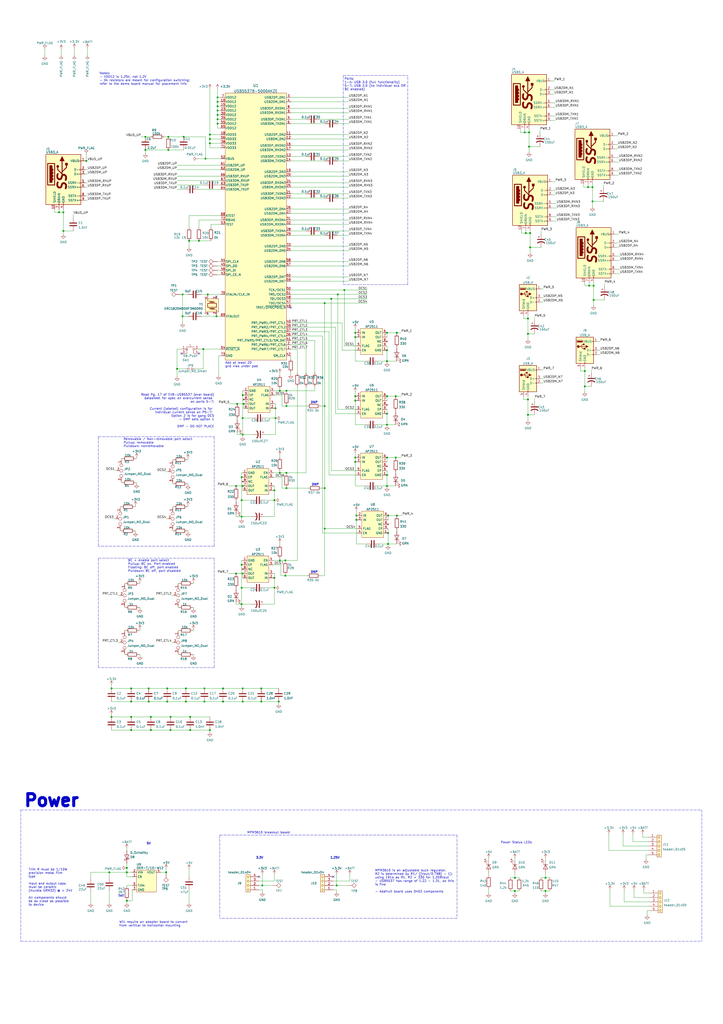
<source format=kicad_sch>
(kicad_sch (version 20211123) (generator eeschema)
  (paper "A2" portrait)
  (junction (at 207.01 299.085))
  (junction (at 159.385 340.995))
  (junction (at 97.79 86.995))
  (junction (at 341.63 108.585))
  (junction (at 230.505 193.04))
  (junction (at 162.56 226.695))
  (junction (at 87.63 415.925))
  (junction (at 126.365 61.595))
  (junction (at 119.38 92.075))
  (junction (at 166.37 226.695))
  (junction (at 126.365 66.675))
  (junction (at 121.92 423.545))
  (junction (at 140.97 407.035))
  (junction (at 121.92 83.185))
  (junction (at 99.06 423.545))
  (junction (at 304.8 76.835))
  (junction (at 159.385 290.195))
  (junction (at 106.045 170.815))
  (junction (at 188.595 235.585))
  (junction (at 64.77 415.925))
  (junction (at 306.705 193.675))
  (junction (at 224.79 193.04))
  (junction (at 126.365 59.055))
  (junction (at 299.085 509.27))
  (junction (at 118.11 202.565))
  (junction (at 344.17 108.585))
  (junction (at 188.595 306.705))
  (junction (at 73.66 506.095))
  (junction (at 126.365 71.755))
  (junction (at 110.49 415.925))
  (junction (at 307.975 135.255))
  (junction (at 97.155 399.415))
  (junction (at 107.95 407.035))
  (junction (at 152.4 513.715))
  (junction (at 160.02 242.57))
  (junction (at 129.54 407.035))
  (junction (at 109.855 139.7))
  (junction (at 299.085 516.89))
  (junction (at 316.865 516.89))
  (junction (at 73.66 522.605))
  (junction (at 206.375 195.58))
  (junction (at 140.97 252.095))
  (junction (at 161.925 407.035))
  (junction (at 96.52 506.095))
  (junction (at 107.95 399.415))
  (junction (at 166.37 274.32))
  (junction (at 166.37 283.21))
  (junction (at 206.375 267.97))
  (junction (at 200.025 168.275))
  (junction (at 120.65 170.815))
  (junction (at 307.975 143.51))
  (junction (at 160.02 236.855))
  (junction (at 84.455 86.995))
  (junction (at 195.58 513.715))
  (junction (at 225.425 299.085))
  (junction (at 137.795 234.315))
  (junction (at 192.405 173.355))
  (junction (at 87.63 423.545))
  (junction (at 196.215 170.815))
  (junction (at 162.56 274.32))
  (junction (at 224.79 203.2))
  (junction (at 118.745 407.035))
  (junction (at 76.2 399.415))
  (junction (at 188.595 283.21))
  (junction (at 151.765 407.035))
  (junction (at 306.705 231.775))
  (junction (at 307.34 76.835))
  (junction (at 140.97 399.415))
  (junction (at 162.56 325.12))
  (junction (at 64.77 399.415))
  (junction (at 225.425 315.595))
  (junction (at 140.335 299.72))
  (junction (at 140.97 242.57))
  (junction (at 97.79 79.375))
  (junction (at 159.385 335.28))
  (junction (at 206.375 265.43))
  (junction (at 126.365 69.215))
  (junction (at 224.79 229.87))
  (junction (at 206.375 193.04))
  (junction (at 141.605 234.315))
  (junction (at 316.865 509.27))
  (junction (at 118.745 399.415))
  (junction (at 151.765 399.415))
  (junction (at 140.335 290.195))
  (junction (at 224.79 240.03))
  (junction (at 84.455 79.375))
  (junction (at 102.87 213.995))
  (junction (at 73.66 503.555))
  (junction (at 224.79 275.59))
  (junction (at 126.365 56.515))
  (junction (at 225.425 309.245))
  (junction (at 63.5 506.095))
  (junction (at 99.06 415.925))
  (junction (at 129.54 399.415))
  (junction (at 206.375 229.87))
  (junction (at 115.57 139.7))
  (junction (at 140.335 276.86))
  (junction (at 230.505 299.085))
  (junction (at 34.29 123.19))
  (junction (at 344.805 173.99))
  (junction (at 188.595 175.895))
  (junction (at 140.335 327.66))
  (junction (at 229.87 229.87))
  (junction (at 76.2 415.925))
  (junction (at 126.365 64.135))
  (junction (at 140.97 332.74))
  (junction (at 342.265 165.735))
  (junction (at 165.735 325.12))
  (junction (at 166.37 235.585))
  (junction (at 50.165 93.345))
  (junction (at 344.805 165.735))
  (junction (at 306.705 184.785))
  (junction (at 137.16 332.74))
  (junction (at 36.83 133.985))
  (junction (at 121.92 80.645))
  (junction (at 344.17 116.84))
  (junction (at 36.83 123.19))
  (junction (at 86.36 399.415))
  (junction (at 140.335 350.52))
  (junction (at 97.155 407.035))
  (junction (at 110.49 423.545))
  (junction (at 86.36 407.035))
  (junction (at 206.375 232.41))
  (junction (at 207.01 301.625))
  (junction (at 339.725 224.155))
  (junction (at 137.16 281.94))
  (junction (at 125.73 183.515))
  (junction (at 224.79 246.38))
  (junction (at 121.92 78.105))
  (junction (at 106.045 183.515))
  (junction (at 76.2 407.035))
  (junction (at 140.97 281.94))
  (junction (at 165.735 334.01))
  (junction (at 159.385 284.48))
  (junction (at 229.87 265.43))
  (junction (at 307.34 85.09))
  (junction (at 305.435 135.255))
  (junction (at 140.335 340.995))
  (junction (at 224.79 281.94))
  (junction (at 140.97 229.235))
  (junction (at 224.79 265.43))
  (junction (at 339.725 215.265))
  (junction (at 106.68 79.375))
  (junction (at 306.705 240.665))
  (junction (at 224.79 209.55))
  (junction (at 76.2 423.545))
  (no_connect (at 125.73 172.085))
  (no_connect (at 115.57 205.105))
  (no_connect (at 168.91 178.435))
  (no_connect (at 150.495 508.635))
  (no_connect (at 120.65 182.245))
  (no_connect (at 105.41 205.105))
  (no_connect (at 193.675 508.635))
  (wire (pts (xy 137.16 290.195) (xy 137.16 290.83)))
  (wire (pts (xy 307.975 135.255) (xy 307.975 143.51)))
  (wire (pts (xy 36.83 121.285) (xy 36.83 123.19)))
  (wire (pts (xy 314.325 133.985) (xy 314.325 135.89)))
  (wire (pts (xy 140.335 274.32) (xy 140.335 276.86)))
  (wire (pts (xy 159.385 511.175) (xy 150.495 511.175)))
  (wire (pts (xy 339.09 108.585) (xy 341.63 108.585)))
  (wire (pts (xy 347.345 205.74) (xy 348.615 205.74)))
  (wire (pts (xy 140.97 252.095) (xy 146.685 252.095)))
  (wire (pts (xy 36.83 133.985) (xy 36.83 135.89)))
  (wire (pts (xy 81.28 365.76) (xy 80.645 365.76)))
  (wire (pts (xy 64.77 414.655) (xy 64.77 415.925)))
  (wire (pts (xy 299.085 509.27) (xy 301.625 509.27)))
  (wire (pts (xy 100.33 267.335) (xy 100.33 266.7)))
  (wire (pts (xy 229.87 230.505) (xy 229.87 229.87)))
  (wire (pts (xy 109.855 132.08) (xy 109.855 125.095)))
  (wire (pts (xy 126.365 61.595) (xy 126.365 59.055)))
  (wire (pts (xy 177.8 200.025) (xy 177.8 216.535)))
  (wire (pts (xy 73.66 513.715) (xy 76.835 513.715)))
  (wire (pts (xy 230.505 299.085) (xy 233.68 299.085)))
  (wire (pts (xy 81.28 365.125) (xy 81.28 365.76)))
  (wire (pts (xy 339.725 165.735) (xy 342.265 165.735)))
  (wire (pts (xy 314.325 516.89) (xy 316.865 516.89)))
  (wire (pts (xy 339.725 163.83) (xy 339.725 165.735)))
  (wire (pts (xy 224.79 273.05) (xy 224.79 275.59)))
  (wire (pts (xy 128.27 74.295) (xy 126.365 74.295)))
  (wire (pts (xy 81.28 338.455) (xy 80.645 338.455)))
  (wire (pts (xy 163.195 327.66) (xy 163.195 334.01)))
  (wire (pts (xy 152.4 507.365) (xy 152.4 513.715)))
  (wire (pts (xy 72.39 365.76) (xy 73.025 365.76)))
  (wire (pts (xy 159.385 507.365) (xy 159.385 511.175)))
  (wire (pts (xy 230.505 201.295) (xy 230.505 201.93)))
  (wire (pts (xy 161.925 407.035) (xy 161.925 408.305)))
  (wire (pts (xy 140.97 407.035) (xy 151.765 407.035)))
  (wire (pts (xy 299.085 516.89) (xy 299.085 518.16)))
  (wire (pts (xy 96.52 506.095) (xy 96.52 504.063)))
  (wire (pts (xy 229.87 265.43) (xy 233.045 265.43)))
  (wire (pts (xy 339.725 224.155) (xy 343.535 224.155)))
  (wire (pts (xy 103.505 379.73) (xy 104.14 379.73)))
  (wire (pts (xy 126.365 154.305) (xy 128.27 154.305)))
  (wire (pts (xy 353.695 493.395) (xy 376.555 493.395)))
  (wire (pts (xy 162.56 273.05) (xy 162.56 274.32)))
  (wire (pts (xy 224.79 209.55) (xy 224.79 210.185)))
  (wire (pts (xy 307.34 85.09) (xy 313.69 85.09)))
  (wire (pts (xy 141.605 234.315) (xy 141.605 236.855)))
  (wire (pts (xy 225.425 315.595) (xy 225.425 309.245)))
  (wire (pts (xy 163.83 276.86) (xy 163.83 283.21)))
  (wire (pts (xy 118.745 399.415) (xy 129.54 399.415)))
  (wire (pts (xy 168.91 65.405) (xy 202.565 65.405)))
  (wire (pts (xy 126.365 71.755) (xy 126.365 69.215)))
  (wire (pts (xy 126.365 74.295) (xy 126.365 71.755)))
  (wire (pts (xy 361.95 490.855) (xy 376.555 490.855)))
  (wire (pts (xy 316.865 516.89) (xy 319.405 516.89)))
  (wire (pts (xy 302.26 76.835) (xy 304.8 76.835)))
  (wire (pts (xy 166.37 235.585) (xy 166.37 234.95)))
  (wire (pts (xy 99.06 415.925) (xy 110.49 415.925)))
  (wire (pts (xy 196.215 71.755) (xy 202.565 71.755)))
  (wire (pts (xy 70.485 279.4) (xy 70.485 280.035)))
  (wire (pts (xy 229.87 229.87) (xy 233.045 229.87)))
  (wire (pts (xy 137.16 299.72) (xy 140.335 299.72)))
  (wire (pts (xy 50.165 89.535) (xy 50.165 93.345)))
  (wire (pts (xy 73.66 506.095) (xy 76.835 506.095)))
  (wire (pts (xy 159.385 340.995) (xy 159.385 350.52)))
  (wire (pts (xy 224.79 209.55) (xy 224.79 203.2)))
  (wire (pts (xy 73.66 522.605) (xy 73.66 523.875)))
  (wire (pts (xy 106.045 170.815) (xy 106.045 183.515)))
  (wire (pts (xy 168.91 154.305) (xy 202.565 154.305)))
  (wire (pts (xy 72.39 366.395) (xy 72.39 365.76)))
  (wire (pts (xy 109.22 266.7) (xy 108.585 266.7)))
  (wire (pts (xy 63.5 509.27) (xy 63.5 506.095)))
  (wire (pts (xy 339.09 106.68) (xy 339.09 108.585)))
  (wire (pts (xy 140.97 281.94) (xy 140.97 284.48)))
  (wire (pts (xy 99.695 372.745) (xy 100.965 372.745)))
  (wire (pts (xy 97.155 407.035) (xy 107.95 407.035)))
  (wire (pts (xy 207.01 299.085) (xy 207.645 299.085)))
  (wire (pts (xy 177.8 224.155) (xy 177.8 274.32)))
  (wire (pts (xy 316.865 506.73) (xy 316.865 509.27)))
  (wire (pts (xy 118.11 202.565) (xy 128.27 202.565)))
  (wire (pts (xy 112.395 365.76) (xy 111.76 365.76)))
  (wire (pts (xy 120.65 170.815) (xy 128.27 170.815)))
  (wire (pts (xy 188.595 175.895) (xy 188.595 235.585)))
  (wire (pts (xy 76.2 423.545) (xy 87.63 423.545)))
  (wire (pts (xy 140.335 340.995) (xy 146.05 340.995)))
  (wire (pts (xy 140.335 340.995) (xy 140.335 350.52)))
  (wire (pts (xy 224.79 229.87) (xy 224.79 232.41)))
  (wire (pts (xy 127 206.375) (xy 127 217.805)))
  (wire (pts (xy 172.72 224.155) (xy 172.72 325.12)))
  (wire (pts (xy 168.91 102.235) (xy 202.565 102.235)))
  (wire (pts (xy 163.83 229.235) (xy 163.83 235.585)))
  (wire (pts (xy 79.375 265.43) (xy 79.375 266.065)))
  (wire (pts (xy 320.675 118.11) (xy 323.215 118.11)))
  (wire (pts (xy 194.945 189.865) (xy 168.91 189.865)))
  (wire (pts (xy 168.91 142.875) (xy 202.565 142.875)))
  (wire (pts (xy 224.79 209.55) (xy 230.505 209.55)))
  (wire (pts (xy 84.455 86.995) (xy 97.79 86.995)))
  (wire (pts (xy 196.215 136.525) (xy 202.565 136.525)))
  (wire (pts (xy 76.2 415.925) (xy 87.63 415.925)))
  (wire (pts (xy 172.72 325.12) (xy 165.735 325.12)))
  (wire (pts (xy 166.37 274.32) (xy 166.37 274.955)))
  (wire (pts (xy 168.91 123.825) (xy 202.565 123.825)))
  (wire (pts (xy 188.595 235.585) (xy 188.595 283.21)))
  (wire (pts (xy 106.045 183.515) (xy 109.22 183.515)))
  (wire (pts (xy 344.805 165.735) (xy 344.805 173.99)))
  (wire (pts (xy 186.055 235.585) (xy 188.595 235.585)))
  (wire (pts (xy 104.775 170.815) (xy 106.045 170.815)))
  (wire (pts (xy 110.49 415.925) (xy 121.92 415.925)))
  (wire (pts (xy 188.595 306.705) (xy 188.595 283.21)))
  (wire (pts (xy 225.425 299.085) (xy 225.425 301.625)))
  (wire (pts (xy 206.375 190.5) (xy 206.375 193.04)))
  (wire (pts (xy 314.325 167.64) (xy 315.595 167.64)))
  (wire (pts (xy 168.91 62.865) (xy 202.565 62.865)))
  (wire (pts (xy 224.79 281.94) (xy 224.79 282.575)))
  (wire (pts (xy 320.675 110.49) (xy 322.58 110.49)))
  (wire (pts (xy 350.52 107.315) (xy 350.52 109.22)))
  (wire (pts (xy 185.42 90.805) (xy 202.565 90.805)))
  (wire (pts (xy 121.92 78.105) (xy 128.27 78.105)))
  (wire (pts (xy 224.79 193.04) (xy 224.79 195.58)))
  (wire (pts (xy 126.365 69.215) (xy 128.27 69.215)))
  (wire (pts (xy 119.38 92.075) (xy 119.38 79.375)))
  (wire (pts (xy 162.56 216.535) (xy 162.56 217.805)))
  (wire (pts (xy 114.935 92.075) (xy 119.38 92.075)))
  (wire (pts (xy 168.91 215.9) (xy 168.91 217.17)))
  (wire (pts (xy 49.53 93.345) (xy 50.165 93.345)))
  (wire (pts (xy 357.505 140.97) (xy 359.41 140.97)))
  (wire (pts (xy 128.27 83.185) (xy 121.92 83.185)))
  (wire (pts (xy 185.42 69.215) (xy 202.565 69.215)))
  (wire (pts (xy 103.505 338.455) (xy 104.14 338.455)))
  (wire (pts (xy 99.06 423.545) (xy 110.49 423.545)))
  (wire (pts (xy 196.215 170.815) (xy 213.36 170.815)))
  (wire (pts (xy 109.855 139.7) (xy 109.855 143.51)))
  (wire (pts (xy 126.365 56.515) (xy 126.365 51.435)))
  (wire (pts (xy 112.395 365.125) (xy 112.395 365.76)))
  (wire (pts (xy 283.845 497.84) (xy 283.845 499.11)))
  (wire (pts (xy 356.87 78.74) (xy 358.775 78.74)))
  (wire (pts (xy 100.33 280.035) (xy 100.33 280.67)))
  (wire (pts (xy 344.805 173.99) (xy 351.155 173.99)))
  (wire (pts (xy 195.58 516.255) (xy 195.58 517.525)))
  (wire (pts (xy 73.66 513.715) (xy 73.66 514.35)))
  (wire (pts (xy 196.215 114.935) (xy 202.565 114.935)))
  (wire (pts (xy 158.75 335.28) (xy 159.385 335.28)))
  (wire (pts (xy 168.91 78.105) (xy 202.565 78.105)))
  (wire (pts (xy 316.865 516.89) (xy 316.865 518.16)))
  (wire (pts (xy 140.97 399.415) (xy 151.765 399.415)))
  (wire (pts (xy 126.365 66.675) (xy 128.27 66.675)))
  (wire (pts (xy 159.385 234.315) (xy 160.02 234.315)))
  (wire (pts (xy 368.3 516.255) (xy 368.3 520.7)))
  (wire (pts (xy 283.845 515.62) (xy 283.845 518.16)))
  (wire (pts (xy 121.92 51.435) (xy 121.92 78.105)))
  (wire (pts (xy 140.97 332.74) (xy 140.97 335.28)))
  (wire (pts (xy 373.38 485.775) (xy 376.555 485.775)))
  (wire (pts (xy 100.33 294.64) (xy 100.33 294.005)))
  (wire (pts (xy 105.41 202.565) (xy 102.87 202.565)))
  (wire (pts (xy 344.17 116.84) (xy 344.17 120.015)))
  (wire (pts (xy 168.91 130.175) (xy 202.565 130.175)))
  (wire (pts (xy 26.035 28.575) (xy 26.035 32.385)))
  (wire (pts (xy 140.97 252.095) (xy 140.97 253.365)))
  (wire (pts (xy 158.75 325.12) (xy 162.56 325.12)))
  (wire (pts (xy 224.79 281.94) (xy 224.79 275.59)))
  (wire (pts (xy 207.01 203.2) (xy 198.755 203.2)))
  (wire (pts (xy 320.675 128.27) (xy 323.215 128.27)))
  (wire (pts (xy 357.505 151.13) (xy 360.045 151.13)))
  (wire (pts (xy 118.745 407.035) (xy 129.54 407.035)))
  (wire (pts (xy 109.22 294.005) (xy 108.585 294.005)))
  (wire (pts (xy 36.83 123.19) (xy 36.83 133.985)))
  (wire (pts (xy 206.375 227.33) (xy 206.375 229.87)))
  (wire (pts (xy 314.325 214.63) (xy 315.595 214.63)))
  (wire (pts (xy 64.77 397.51) (xy 64.77 399.415)))
  (wire (pts (xy 168.91 127.635) (xy 202.565 127.635)))
  (wire (pts (xy 168.91 56.515) (xy 202.565 56.515)))
  (wire (pts (xy 126.365 151.765) (xy 128.27 151.765)))
  (wire (pts (xy 69.85 307.975) (xy 70.485 307.975)))
  (wire (pts (xy 344.805 163.83) (xy 344.805 165.735)))
  (wire (pts (xy 69.85 307.34) (xy 69.85 307.975)))
  (wire (pts (xy 304.165 182.88) (xy 304.165 184.785)))
  (wire (pts (xy 34.29 123.19) (xy 36.83 123.19)))
  (wire (pts (xy 230.505 193.04) (xy 230.505 193.675)))
  (wire (pts (xy 195.58 513.715) (xy 201.93 513.715)))
  (wire (pts (xy 168.91 59.055) (xy 202.565 59.055)))
  (wire (pts (xy 110.49 423.545) (xy 121.92 423.545)))
  (wire (pts (xy 368.3 520.7) (xy 377.19 520.7)))
  (wire (pts (xy 132.715 281.94) (xy 137.16 281.94)))
  (wire (pts (xy 115.57 132.08) (xy 115.57 127.635)))
  (wire (pts (xy 307.34 85.09) (xy 307.34 88.265)))
  (wire (pts (xy 126.365 66.675) (xy 126.365 64.135)))
  (wire (pts (xy 72.39 351.79) (xy 72.39 352.425)))
  (wire (pts (xy 49.53 100.965) (xy 50.8 100.965)))
  (wire (pts (xy 375.92 530.86) (xy 375.92 528.32)))
  (wire (pts (xy 356.87 91.44) (xy 359.41 91.44)))
  (wire (pts (xy 49.53 108.585) (xy 50.8 108.585)))
  (wire (pts (xy 63.5 506.095) (xy 73.66 506.095)))
  (wire (pts (xy 354.33 525.78) (xy 377.19 525.78)))
  (wire (pts (xy 356.87 86.36) (xy 358.775 86.36)))
  (wire (pts (xy 168.91 170.815) (xy 196.215 170.815)))
  (wire (pts (xy 194.945 240.03) (xy 194.945 189.865)))
  (wire (pts (xy 206.375 232.41) (xy 206.375 229.87)))
  (wire (pts (xy 152.4 513.715) (xy 150.495 513.715)))
  (wire (pts (xy 207.01 296.545) (xy 207.01 299.085)))
  (wire (pts (xy 76.2 399.415) (xy 86.36 399.415)))
  (wire (pts (xy 320.04 59.69) (xy 322.58 59.69)))
  (polyline (pts (xy 124.46 253.365) (xy 124.46 316.865)))
  (wire (pts (xy 158.75 281.94) (xy 159.385 281.94)))
  (wire (pts (xy 153.67 350.52) (xy 159.385 350.52)))
  (wire (pts (xy 357.505 143.51) (xy 359.41 143.51)))
  (wire (pts (xy 140.335 290.195) (xy 140.335 299.72)))
  (wire (pts (xy 49.53 106.045) (xy 50.8 106.045)))
  (wire (pts (xy 357.505 135.89) (xy 359.41 135.89)))
  (wire (pts (xy 137.16 350.52) (xy 140.335 350.52)))
  (wire (pts (xy 320.04 54.61) (xy 321.945 54.61)))
  (wire (pts (xy 76.835 516.255) (xy 76.835 522.605)))
  (wire (pts (xy 206.375 267.97) (xy 206.375 281.94)))
  (wire (pts (xy 339.725 224.155) (xy 339.725 227.33)))
  (wire (pts (xy 304.165 231.775) (xy 306.705 231.775)))
  (wire (pts (xy 320.675 113.03) (xy 322.58 113.03)))
  (wire (pts (xy 313.69 75.565) (xy 313.69 77.47)))
  (wire (pts (xy 168.91 145.415) (xy 202.565 145.415)))
  (wire (pts (xy 299.085 497.84) (xy 299.085 499.11)))
  (wire (pts (xy 109.22 266.065) (xy 109.22 266.7)))
  (wire (pts (xy 224.79 246.38) (xy 224.79 247.015)))
  (wire (pts (xy 115.57 202.565) (xy 118.11 202.565)))
  (wire (pts (xy 159.385 281.94) (xy 159.385 284.48)))
  (wire (pts (xy 168.91 200.025) (xy 177.8 200.025)))
  (wire (pts (xy 159.385 236.855) (xy 160.02 236.855)))
  (wire (pts (xy 137.16 349.25) (xy 137.16 350.52)))
  (wire (pts (xy 128.27 130.175) (xy 122.555 130.175)))
  (wire (pts (xy 122.555 130.175) (xy 122.555 132.08)))
  (wire (pts (xy 375.92 528.32) (xy 377.19 528.32)))
  (wire (pts (xy 320.04 67.31) (xy 322.58 67.31)))
  (wire (pts (xy 113.03 213.995) (xy 118.11 213.995)))
  (wire (pts (xy 84.455 86.995) (xy 84.455 88.9)))
  (wire (pts (xy 316.865 497.84) (xy 316.865 499.11)))
  (wire (pts (xy 168.91 121.285) (xy 202.565 121.285)))
  (wire (pts (xy 96.52 273.685) (xy 97.79 273.685)))
  (wire (pts (xy 314.325 222.25) (xy 315.595 222.25)))
  (polyline (pts (xy 127.635 484.505) (xy 127.635 532.765)))
  (wire (pts (xy 102.87 98.425) (xy 128.27 98.425)))
  (wire (pts (xy 283.845 506.73) (xy 283.845 508)))
  (wire (pts (xy 103.505 366.395) (xy 103.505 365.76)))
  (wire (pts (xy 87.63 415.925) (xy 99.06 415.925)))
  (wire (pts (xy 166.37 283.21) (xy 166.37 282.575)))
  (wire (pts (xy 137.795 242.57) (xy 137.795 243.205)))
  (wire (pts (xy 224.79 265.43) (xy 229.87 265.43)))
  (wire (pts (xy 356.87 99.06) (xy 359.41 99.06)))
  (wire (pts (xy 229.87 273.685) (xy 229.87 274.32)))
  (wire (pts (xy 76.2 407.035) (xy 86.36 407.035)))
  (wire (pts (xy 107.95 213.995) (xy 102.87 213.995)))
  (wire (pts (xy 207.01 195.58) (xy 206.375 195.58)))
  (wire (pts (xy 375.285 495.935) (xy 376.555 495.935)))
  (wire (pts (xy 168.91 136.525) (xy 188.595 136.525)))
  (wire (pts (xy 128.27 206.375) (xy 127 206.375)))
  (wire (pts (xy 76.835 522.605) (xy 73.66 522.605)))
  (wire (pts (xy 97.155 399.415) (xy 107.95 399.415)))
  (wire (pts (xy 137.795 234.315) (xy 137.795 234.95)))
  (wire (pts (xy 373.38 483.87) (xy 373.38 485.775)))
  (wire (pts (xy 339.725 213.36) (xy 339.725 215.265)))
  (wire (pts (xy 229.87 238.125) (xy 229.87 238.76)))
  (wire (pts (xy 367.665 483.87) (xy 367.665 488.315)))
  (wire (pts (xy 72.39 339.09) (xy 72.39 338.455)))
  (wire (pts (xy 107.95 407.035) (xy 118.745 407.035)))
  (wire (pts (xy 230.505 193.04) (xy 233.045 193.04)))
  (wire (pts (xy 207.01 275.59) (xy 191.135 275.59)))
  (wire (pts (xy 140.97 274.32) (xy 140.335 274.32)))
  (wire (pts (xy 103.505 339.09) (xy 103.505 338.455)))
  (wire (pts (xy 72.39 352.425) (xy 73.025 352.425)))
  (wire (pts (xy 168.91 106.045) (xy 202.565 106.045)))
  (wire (pts (xy 103.505 365.76) (xy 104.14 365.76)))
  (wire (pts (xy 357.505 158.75) (xy 360.045 158.75)))
  (wire (pts (xy 118.11 213.995) (xy 118.11 202.565)))
  (wire (pts (xy 168.91 206.375) (xy 168.91 208.28)))
  (wire (pts (xy 140.335 327.66) (xy 140.97 327.66)))
  (wire (pts (xy 140.97 226.695) (xy 140.97 229.235)))
  (wire (pts (xy 344.17 106.68) (xy 344.17 108.585)))
  (wire (pts (xy 68.58 345.44) (xy 69.85 345.44)))
  (wire (pts (xy 35.56 28.575) (xy 35.56 31.75)))
  (polyline (pts (xy 236.855 165.1) (xy 236.855 43.815)))
  (wire (pts (xy 137.16 281.94) (xy 137.16 282.575)))
  (wire (pts (xy 102.87 95.885) (xy 128.27 95.885)))
  (wire (pts (xy 52.705 506.095) (xy 63.5 506.095)))
  (wire (pts (xy 97.79 79.375) (xy 106.68 79.375)))
  (wire (pts (xy 168.91 71.755) (xy 188.595 71.755)))
  (wire (pts (xy 106.045 183.515) (xy 106.045 187.325)))
  (wire (pts (xy 193.675 516.255) (xy 195.58 516.255)))
  (wire (pts (xy 229.87 265.43) (xy 229.87 266.065)))
  (wire (pts (xy 114.935 109.855) (xy 128.27 109.855)))
  (wire (pts (xy 78.74 294.005) (xy 78.105 294.005)))
  (wire (pts (xy 374.015 518.16) (xy 377.19 518.16)))
  (wire (pts (xy 129.54 407.035) (xy 140.97 407.035)))
  (wire (pts (xy 344.17 116.84) (xy 350.52 116.84)))
  (wire (pts (xy 347.345 198.12) (xy 348.615 198.12)))
  (wire (pts (xy 198.755 203.2) (xy 198.755 187.325)))
  (polyline (pts (xy 57.15 323.85) (xy 57.15 387.35)))
  (wire (pts (xy 102.87 213.995) (xy 102.87 202.565)))
  (wire (pts (xy 206.375 267.97) (xy 206.375 265.43)))
  (wire (pts (xy 73.66 501.015) (xy 73.66 503.555)))
  (wire (pts (xy 361.95 483.87) (xy 361.95 490.855)))
  (wire (pts (xy 103.505 351.79) (xy 103.505 352.425)))
  (wire (pts (xy 129.54 399.415) (xy 140.97 399.415)))
  (wire (pts (xy 109.855 516.255) (xy 109.855 523.875)))
  (wire (pts (xy 140.97 325.12) (xy 140.335 325.12)))
  (wire (pts (xy 107.95 399.415) (xy 118.745 399.415)))
  (wire (pts (xy 299.085 516.89) (xy 301.625 516.89)))
  (wire (pts (xy 207.01 301.625) (xy 207.01 299.085)))
  (wire (pts (xy 42.545 124.46) (xy 42.545 126.365)))
  (wire (pts (xy 100.33 280.67) (xy 100.965 280.67)))
  (wire (pts (xy 112.395 353.06) (xy 112.395 352.425)))
  (wire (pts (xy 203.2 507.365) (xy 203.2 511.175)))
  (wire (pts (xy 224.79 237.49) (xy 224.79 240.03)))
  (wire (pts (xy 306.705 229.87) (xy 306.705 231.775)))
  (wire (pts (xy 121.92 80.645) (xy 121.92 78.105)))
  (wire (pts (xy 140.335 350.52) (xy 140.335 351.79)))
  (wire (pts (xy 168.91 69.215) (xy 177.8 69.215)))
  (wire (pts (xy 81.915 79.375) (xy 84.455 79.375)))
  (wire (pts (xy 166.37 226.695) (xy 182.88 226.695)))
  (wire (pts (xy 165.735 334.01) (xy 165.735 333.375)))
  (wire (pts (xy 224.79 193.04) (xy 230.505 193.04)))
  (wire (pts (xy 188.595 306.705) (xy 188.595 334.01)))
  (wire (pts (xy 31.75 123.19) (xy 34.29 123.19)))
  (wire (pts (xy 342.265 163.83) (xy 342.265 165.735)))
  (wire (pts (xy 357.505 156.21) (xy 360.045 156.21)))
  (wire (pts (xy 140.97 229.235) (xy 141.605 229.235)))
  (wire (pts (xy 299.085 506.73) (xy 299.085 509.27)))
  (wire (pts (xy 206.375 229.87) (xy 207.01 229.87)))
  (wire (pts (xy 78.74 293.37) (xy 78.74 294.005)))
  (wire (pts (xy 115.57 127.635) (xy 128.27 127.635)))
  (wire (pts (xy 126.365 107.315) (xy 128.27 107.315)))
  (wire (pts (xy 320.04 52.07) (xy 321.945 52.07)))
  (wire (pts (xy 186.69 283.21) (xy 188.595 283.21)))
  (wire (pts (xy 304.165 184.785) (xy 306.705 184.785)))
  (wire (pts (xy 140.335 276.86) (xy 140.335 290.195)))
  (wire (pts (xy 224.79 246.38) (xy 224.79 240.03)))
  (wire (pts (xy 207.01 240.03) (xy 194.945 240.03)))
  (wire (pts (xy 49.53 98.425) (xy 50.8 98.425)))
  (wire (pts (xy 64.77 423.545) (xy 76.2 423.545)))
  (wire (pts (xy 79.375 280.67) (xy 79.375 280.035)))
  (wire (pts (xy 225.425 315.595) (xy 230.505 315.595)))
  (wire (pts (xy 95.25 79.375) (xy 97.79 79.375)))
  (wire (pts (xy 160.02 242.57) (xy 160.02 252.095)))
  (wire (pts (xy 128.27 92.075) (xy 119.38 92.075)))
  (wire (pts (xy 73.66 503.555) (xy 73.66 506.095)))
  (polyline (pts (xy 12.065 469.9) (xy 407.67 469.9)))
  (wire (pts (xy 314.325 172.72) (xy 315.595 172.72)))
  (wire (pts (xy 121.92 85.725) (xy 121.92 83.185)))
  (wire (pts (xy 112.395 338.455) (xy 111.76 338.455)))
  (wire (pts (xy 72.39 338.455) (xy 73.025 338.455)))
  (wire (pts (xy 109.22 280.67) (xy 108.585 280.67)))
  (wire (pts (xy 69.85 294.64) (xy 69.85 294.005)))
  (wire (pts (xy 207.01 232.41) (xy 206.375 232.41)))
  (wire (pts (xy 203.2 511.175) (xy 193.675 511.175)))
  (wire (pts (xy 305.435 135.255) (xy 307.975 135.255)))
  (polyline (pts (xy 12.065 546.1) (xy 407.67 546.1)))
  (wire (pts (xy 187.325 309.245) (xy 187.325 194.945)))
  (wire (pts (xy 307.34 74.93) (xy 307.34 76.835)))
  (polyline (pts (xy 57.15 323.85) (xy 124.46 323.85)))
  (wire (pts (xy 103.505 352.425) (xy 104.14 352.425)))
  (wire (pts (xy 320.04 46.99) (xy 321.945 46.99)))
  (wire (pts (xy 84.455 79.375) (xy 87.63 79.375)))
  (wire (pts (xy 337.185 213.36) (xy 337.185 215.265)))
  (wire (pts (xy 200.025 168.275) (xy 213.36 168.275)))
  (wire (pts (xy 168.91 90.805) (xy 177.8 90.805)))
  (wire (pts (xy 162.56 314.96) (xy 162.56 316.23)))
  (wire (pts (xy 198.755 187.325) (xy 168.91 187.325)))
  (wire (pts (xy 225.425 315.595) (xy 225.425 316.23)))
  (wire (pts (xy 307.975 143.51) (xy 307.975 146.685)))
  (wire (pts (xy 344.805 173.99) (xy 344.805 177.165)))
  (wire (pts (xy 140.335 350.52) (xy 146.05 350.52)))
  (wire (pts (xy 195.58 507.365) (xy 195.58 513.715)))
  (wire (pts (xy 304.8 76.835) (xy 307.34 76.835)))
  (wire (pts (xy 64.77 415.925) (xy 76.2 415.925)))
  (wire (pts (xy 68.58 372.745) (xy 69.85 372.745)))
  (wire (pts (xy 339.725 215.265) (xy 339.725 224.155)))
  (wire (pts (xy 112.395 379.73) (xy 111.76 379.73)))
  (wire (pts (xy 141.605 226.695) (xy 140.97 226.695)))
  (wire (pts (xy 79.375 280.035) (xy 78.74 280.035)))
  (polyline (pts (xy 57.15 253.365) (xy 57.15 316.865)))
  (wire (pts (xy 306.705 184.785) (xy 306.705 193.675)))
  (wire (pts (xy 302.895 135.255) (xy 305.435 135.255)))
  (wire (pts (xy 191.135 192.405) (xy 168.91 192.405)))
  (wire (pts (xy 302.895 133.35) (xy 302.895 135.255)))
  (wire (pts (xy 168.91 86.995) (xy 202.565 86.995)))
  (wire (pts (xy 102.87 107.315) (xy 118.745 107.315)))
  (wire (pts (xy 97.79 86.995) (xy 106.68 86.995)))
  (wire (pts (xy 137.16 340.995) (xy 137.16 341.63)))
  (wire (pts (xy 230.505 307.34) (xy 230.505 307.975)))
  (wire (pts (xy 140.97 242.57) (xy 146.685 242.57)))
  (wire (pts (xy 81.28 337.82) (xy 81.28 338.455)))
  (wire (pts (xy 137.795 252.095) (xy 140.97 252.095)))
  (wire (pts (xy 126.365 64.135) (xy 126.365 61.595)))
  (wire (pts (xy 320.04 62.23) (xy 322.58 62.23)))
  (wire (pts (xy 158.75 274.32) (xy 162.56 274.32)))
  (wire (pts (xy 126.365 71.755) (xy 128.27 71.755)))
  (wire (pts (xy 314.325 175.26) (xy 315.595 175.26)))
  (wire (pts (xy 106.68 79.375) (xy 119.38 79.375)))
  (wire (pts (xy 220.345 315.595) (xy 225.425 315.595)))
  (wire (pts (xy 206.375 209.55) (xy 212.09 209.55)))
  (wire (pts (xy 166.37 274.32) (xy 177.8 274.32)))
  (polyline (pts (xy 12.065 469.9) (xy 12.065 546.1)))
  (polyline (pts (xy 199.39 165.1) (xy 236.855 165.1)))
  (wire (pts (xy 70.485 266.065) (xy 71.12 266.065)))
  (polyline (pts (xy 199.39 43.815) (xy 236.855 43.815)))
  (wire (pts (xy 168.91 93.345) (xy 188.595 93.345)))
  (polyline (pts (xy 124.46 316.865) (xy 57.15 316.865)))
  (wire (pts (xy 133.35 234.315) (xy 137.795 234.315)))
  (wire (pts (xy 206.375 246.38) (xy 212.09 246.38)))
  (wire (pts (xy 126.365 69.215) (xy 126.365 66.675)))
  (wire (pts (xy 168.91 160.655) (xy 202.565 160.655)))
  (wire (pts (xy 207.01 267.97) (xy 206.375 267.97)))
  (wire (pts (xy 140.97 229.235) (xy 140.97 242.57)))
  (wire (pts (xy 367.665 488.315) (xy 376.555 488.315)))
  (wire (pts (xy 76.835 508.635) (xy 73.66 508.635)))
  (wire (pts (xy 116.84 183.515) (xy 125.73 183.515)))
  (wire (pts (xy 102.87 109.855) (xy 107.315 109.855)))
  (wire (pts (xy 140.335 276.86) (xy 140.97 276.86)))
  (wire (pts (xy 100.33 307.975) (xy 100.965 307.975)))
  (wire (pts (xy 109.855 504.19) (xy 109.855 508.635)))
  (wire (pts (xy 343.535 214.63) (xy 343.535 216.535)))
  (wire (pts (xy 126.365 61.595) (xy 128.27 61.595)))
  (wire (pts (xy 103.505 379.095) (xy 103.505 379.73)))
  (wire (pts (xy 109.22 307.975) (xy 108.585 307.975)))
  (wire (pts (xy 137.16 281.94) (xy 140.97 281.94)))
  (wire (pts (xy 162.56 226.695) (xy 166.37 226.695)))
  (wire (pts (xy 207.01 200.66) (xy 200.025 200.66)))
  (wire (pts (xy 185.42 112.395) (xy 202.565 112.395)))
  (wire (pts (xy 168.91 151.765) (xy 202.565 151.765)))
  (wire (pts (xy 172.72 202.565) (xy 172.72 216.535)))
  (wire (pts (xy 356.87 101.6) (xy 359.41 101.6)))
  (wire (pts (xy 102.87 102.235) (xy 128.27 102.235)))
  (wire (pts (xy 52.705 517.525) (xy 52.705 523.875)))
  (wire (pts (xy 347.345 203.2) (xy 348.615 203.2)))
  (wire (pts (xy 128.27 80.645) (xy 121.92 80.645)))
  (polyline (pts (xy 199.39 43.815) (xy 199.39 165.1)))
  (wire (pts (xy 158.75 332.74) (xy 159.385 332.74)))
  (wire (pts (xy 207.01 237.49) (xy 196.215 237.49)))
  (wire (pts (xy 115.57 139.7) (xy 122.555 139.7)))
  (polyline (pts (xy 407.67 469.9) (xy 407.67 546.1)))
  (wire (pts (xy 188.595 334.01) (xy 186.055 334.01)))
  (wire (pts (xy 168.91 133.985) (xy 177.8 133.985)))
  (wire (pts (xy 306.705 240.665) (xy 306.705 243.84)))
  (wire (pts (xy 168.91 197.485) (xy 182.88 197.485)))
  (wire (pts (xy 224.79 265.43) (xy 224.79 267.97)))
  (wire (pts (xy 52.705 509.905) (xy 52.705 506.095)))
  (wire (pts (xy 165.735 325.12) (xy 165.735 325.755)))
  (wire (pts (xy 137.16 332.74) (xy 140.97 332.74)))
  (wire (pts (xy 224.79 281.94) (xy 229.87 281.94)))
  (wire (pts (xy 168.91 112.395) (xy 177.8 112.395)))
  (wire (pts (xy 102.87 104.775) (xy 128.27 104.775)))
  (wire (pts (xy 140.97 242.57) (xy 140.97 252.095)))
  (wire (pts (xy 43.18 27.94) (xy 43.18 31.75)))
  (wire (pts (xy 151.765 399.415) (xy 161.925 399.415)))
  (wire (pts (xy 162.56 264.16) (xy 162.56 265.43)))
  (wire (pts (xy 168.91 108.585) (xy 202.565 108.585)))
  (wire (pts (xy 337.185 215.265) (xy 339.725 215.265)))
  (wire (pts (xy 109.22 170.815) (xy 106.045 170.815)))
  (wire (pts (xy 362.585 523.24) (xy 377.19 523.24)))
  (wire (pts (xy 306.705 182.88) (xy 306.705 184.785)))
  (wire (pts (xy 344.17 108.585) (xy 344.17 116.84)))
  (wire (pts (xy 86.36 407.035) (xy 97.155 407.035)))
  (wire (pts (xy 158.75 284.48) (xy 159.385 284.48)))
  (wire (pts (xy 137.16 298.45) (xy 137.16 299.72)))
  (wire (pts (xy 153.67 299.72) (xy 159.385 299.72)))
  (wire (pts (xy 320.04 69.85) (xy 322.58 69.85)))
  (wire (pts (xy 154.305 252.095) (xy 160.02 252.095)))
  (wire (pts (xy 182.88 216.535) (xy 182.88 197.485)))
  (wire (pts (xy 163.83 235.585) (xy 166.37 235.585)))
  (wire (pts (xy 64.77 399.415) (xy 76.2 399.415)))
  (wire (pts (xy 307.975 133.35) (xy 307.975 135.255)))
  (polyline (pts (xy 127.635 484.505) (xy 265.43 484.505)))
  (wire (pts (xy 320.675 105.41) (xy 322.58 105.41)))
  (wire (pts (xy 304.8 74.93) (xy 304.8 76.835)))
  (wire (pts (xy 152.4 513.715) (xy 158.115 513.715)))
  (wire (pts (xy 50.165 93.345) (xy 50.8 93.345)))
  (wire (pts (xy 159.385 290.195) (xy 159.385 299.72)))
  (wire (pts (xy 73.66 521.97) (xy 73.66 522.605)))
  (wire (pts (xy 310.515 184.15) (xy 310.515 186.055)))
  (wire (pts (xy 168.91 163.195) (xy 202.565 163.195)))
  (wire (pts (xy 63.5 516.89) (xy 63.5 523.875)))
  (wire (pts (xy 140.335 290.195) (xy 146.05 290.195)))
  (polyline (pts (xy 124.46 387.35) (xy 57.15 387.35)))
  (wire (pts (xy 341.63 106.68) (xy 341.63 108.585)))
  (wire (pts (xy 166.37 226.695) (xy 166.37 227.33)))
  (wire (pts (xy 34.29 121.285) (xy 34.29 123.19)))
  (wire (pts (xy 159.385 284.48) (xy 159.385 290.195)))
  (wire (pts (xy 168.91 168.275) (xy 200.025 168.275)))
  (wire (pts (xy 196.215 237.49) (xy 196.215 170.815)))
  (wire (pts (xy 168.91 114.935) (xy 188.595 114.935)))
  (wire (pts (xy 154.305 242.57) (xy 160.02 242.57)))
  (wire (pts (xy 224.79 229.87) (xy 229.87 229.87)))
  (wire (pts (xy 354.33 516.255) (xy 354.33 525.78)))
  (wire (pts (xy 126.365 56.515) (xy 128.27 56.515)))
  (wire (pts (xy 159.385 229.235) (xy 163.83 229.235)))
  (wire (pts (xy 70.485 280.035) (xy 71.12 280.035)))
  (polyline (pts (xy 124.46 323.85) (xy 124.46 387.35)))
  (wire (pts (xy 206.375 265.43) (xy 207.01 265.43)))
  (wire (pts (xy 126.365 159.385) (xy 128.27 159.385)))
  (wire (pts (xy 196.215 93.345) (xy 202.565 93.345)))
  (wire (pts (xy 137.16 332.74) (xy 137.16 333.375)))
  (wire (pts (xy 121.92 83.185) (xy 121.92 80.645)))
  (wire (pts (xy 353.695 483.87) (xy 353.695 493.395)))
  (wire (pts (xy 166.37 235.585) (xy 178.435 235.585)))
  (wire (pts (xy 307.975 143.51) (xy 314.325 143.51)))
  (wire (pts (xy 102.87 213.995) (xy 102.87 218.44)))
  (wire (pts (xy 296.545 516.89) (xy 299.085 516.89)))
  (wire (pts (xy 126.365 59.055) (xy 126.365 56.515)))
  (wire (pts (xy 207.645 306.705) (xy 188.595 306.705)))
  (wire (pts (xy 70.485 266.7) (xy 70.485 266.065)))
  (wire (pts (xy 200.025 200.66) (xy 200.025 168.275)))
  (wire (pts (xy 351.155 164.465) (xy 351.155 166.37)))
  (wire (pts (xy 182.88 224.155) (xy 182.88 226.695)))
  (wire (pts (xy 296.545 509.27) (xy 299.085 509.27)))
  (wire (pts (xy 374.015 516.255) (xy 374.015 518.16)))
  (wire (pts (xy 304.165 229.87) (xy 304.165 231.775)))
  (wire (pts (xy 96.52 506.095) (xy 96.52 506.73)))
  (wire (pts (xy 126.365 156.845) (xy 128.27 156.845)))
  (wire (pts (xy 112.395 337.82) (xy 112.395 338.455)))
  (polyline (pts (xy 265.43 484.505) (xy 265.43 532.765)))
  (wire (pts (xy 225.425 299.085) (xy 230.505 299.085)))
  (wire (pts (xy 49.53 116.205) (xy 50.8 116.205)))
  (wire (pts (xy 150.495 516.255) (xy 152.4 516.255)))
  (wire (pts (xy 140.335 327.66) (xy 140.335 340.995)))
  (wire (pts (xy 206.375 193.04) (xy 207.01 193.04)))
  (wire (pts (xy 158.75 327.66) (xy 163.195 327.66)))
  (wire (pts (xy 79.375 266.065) (xy 78.74 266.065)))
  (wire (pts (xy 86.36 399.415) (xy 97.155 399.415)))
  (wire (pts (xy 126.365 59.055) (xy 128.27 59.055)))
  (wire (pts (xy 224.79 200.66) (xy 224.79 203.2)))
  (wire (pts (xy 188.595 175.895) (xy 213.36 175.895)))
  (wire (pts (xy 137.795 250.825) (xy 137.795 252.095)))
  (wire (pts (xy 159.385 332.74) (xy 159.385 335.28)))
  (wire (pts (xy 195.58 513.715) (xy 193.675 513.715)))
  (wire (pts (xy 160.02 236.855) (xy 160.02 242.57)))
  (wire (pts (xy 310.515 231.14) (xy 310.515 233.045)))
  (wire (pts (xy 229.87 246.38) (xy 224.79 246.38)))
  (wire (pts (xy 185.42 133.985) (xy 202.565 133.985)))
  (wire (pts (xy 96.52 300.99) (xy 97.79 300.99)))
  (wire (pts (xy 207.645 301.625) (xy 207.01 301.625)))
  (wire (pts (xy 307.34 76.835) (xy 307.34 85.09)))
  (wire (pts (xy 316.865 509.27) (xy 319.405 509.27)))
  (wire (pts (xy 152.4 516.255) (xy 152.4 517.525)))
  (wire (pts (xy 99.695 345.44) (xy 100.965 345.44)))
  (wire (pts (xy 168.91 99.695) (xy 202.565 99.695)))
  (wire (pts (xy 207.01 273.05) (xy 192.405 273.05)))
  (wire (pts (xy 69.85 294.005) (xy 70.485 294.005)))
  (wire (pts (xy 356.87 83.82) (xy 358.775 83.82)))
  (wire (pts (xy 49.53 113.665) (xy 50.8 113.665)))
  (wire (pts (xy 100.33 294.005) (xy 100.965 294.005)))
  (wire (pts (xy 109.855 125.095) (xy 128.27 125.095)))
  (wire (pts (xy 36.83 133.985) (xy 42.545 133.985)))
  (wire (pts (xy 160.02 234.315) (xy 160.02 236.855)))
  (wire (pts (xy 320.675 125.73) (xy 323.215 125.73)))
  (wire (pts (xy 357.505 148.59) (xy 360.045 148.59)))
  (wire (pts (xy 73.66 508.635) (xy 73.66 506.095)))
  (wire (pts (xy 192.405 273.05) (xy 192.405 173.355)))
  (wire (pts (xy 50.8 27.94) (xy 50.8 31.75)))
  (wire (pts (xy 93.345 506.095) (xy 96.52 506.095)))
  (wire (pts (xy 153.67 340.995) (xy 159.385 340.995)))
  (wire (pts (xy 187.325 194.945) (xy 168.91 194.945)))
  (wire (pts (xy 116.84 170.815) (xy 120.65 170.815)))
  (wire (pts (xy 165.735 325.12) (xy 162.56 325.12)))
  (wire (pts (xy 66.04 300.99) (xy 67.31 300.99)))
  (wire (pts (xy 206.375 195.58) (xy 206.375 209.55)))
  (wire (pts (xy 162.56 274.32) (xy 166.37 274.32)))
  (wire (pts (xy 132.715 332.74) (xy 137.16 332.74)))
  (wire (pts (xy 225.425 306.705) (xy 225.425 309.245)))
  (wire (pts (xy 356.87 93.98) (xy 359.41 93.98)))
  (wire (pts (xy 341.63 108.585) (xy 344.17 108.585)))
  (wire (pts (xy 207.01 301.625) (xy 207.01 315.595)))
  (wire (pts (xy 72.39 379.73) (xy 73.025 379.73)))
  (wire (pts (xy 219.71 281.94) (xy 224.79 281.94)))
  (wire (pts (xy 87.63 423.545) (xy 99.06 423.545)))
  (wire (pts (xy 206.375 232.41) (xy 206.375 246.38)))
  (wire (pts (xy 192.405 173.355) (xy 213.36 173.355)))
  (wire (pts (xy 306.705 231.775) (xy 306.705 240.665)))
  (wire (pts (xy 306.705 193.675) (xy 310.515 193.675)))
  (wire (pts (xy 81.28 353.06) (xy 81.28 352.425)))
  (wire (pts (xy 159.385 335.28) (xy 159.385 340.995)))
  (wire (pts (xy 168.91 202.565) (xy 172.72 202.565)))
  (wire (pts (xy 165.735 334.01) (xy 178.435 334.01)))
  (wire (pts (xy 166.37 283.21) (xy 179.07 283.21)))
  (wire (pts (xy 109.22 293.37) (xy 109.22 294.005)))
  (wire (pts (xy 81.28 380.365) (xy 81.28 379.73)))
  (wire (pts (xy 362.585 516.255) (xy 362.585 523.24)))
  (wire (pts (xy 81.28 352.425) (xy 80.645 352.425)))
  (wire (pts (xy 140.335 299.72) (xy 140.335 300.99)))
  (wire (pts (xy 168.91 173.355) (xy 192.405 173.355)))
  (wire (pts (xy 168.91 175.895) (xy 188.595 175.895)))
  (wire (pts (xy 314.325 509.27) (xy 316.865 509.27)))
  (wire (pts (xy 140.335 325.12) (xy 140.335 327.66)))
  (polyline (pts (xy 265.43 532.765) (xy 127.635 532.765)))
  (wire (pts (xy 112.395 352.425) (xy 111.76 352.425)))
  (wire (pts (xy 162.56 323.85) (xy 162.56 325.12)))
  (wire (pts (xy 158.75 276.86) (xy 163.83 276.86)))
  (wire (pts (xy 100.33 266.7) (xy 100.965 266.7)))
  (wire (pts (xy 375.285 498.475) (xy 375.285 495.935)))
  (wire (pts (xy 100.33 307.34) (xy 100.33 307.975)))
  (wire (pts (xy 320.675 120.65) (xy 323.215 120.65)))
  (wire (pts (xy 151.765 407.035) (xy 161.925 407.035)))
  (wire (pts (xy 162.56 225.425) (xy 162.56 226.695)))
  (wire (pts (xy 168.91 80.645) (xy 202.565 80.645)))
  (wire (pts (xy 206.375 281.94) (xy 212.09 281.94)))
  (wire (pts (xy 219.71 246.38) (xy 224.79 246.38)))
  (wire (pts (xy 306.705 240.665) (xy 310.515 240.665)))
  (wire (pts (xy 163.83 283.21) (xy 166.37 283.21)))
  (wire (pts (xy 137.795 234.315) (xy 141.605 234.315)))
  (wire (pts (xy 306.705 193.675) (xy 306.705 196.85)))
  (wire (pts (xy 342.265 165.735) (xy 344.805 165.735)))
  (wire (pts (xy 314.325 219.71) (xy 315.595 219.71)))
  (wire (pts (xy 206.375 195.58) (xy 206.375 193.04)))
  (wire (pts (xy 78.74 308.61) (xy 78.74 307.975)))
  (wire (pts (xy 305.435 133.35) (xy 305.435 135.255)))
  (wire (pts (xy 207.645 309.245) (xy 187.325 309.245)))
  (wire (pts (xy 73.66 492.125) (xy 73.66 493.395)))
  (wire (pts (xy 207.01 315.595) (xy 212.725 315.595)))
  (wire (pts (xy 121.92 423.545) (xy 121.92 424.815)))
  (wire (pts (xy 31.75 121.285) (xy 31.75 123.19)))
  (wire (pts (xy 128.27 85.725) (xy 121.92 85.725)))
  (wire (pts (xy 159.385 226.695) (xy 162.56 226.695)))
  (wire (pts (xy 78.74 307.975) (xy 78.105 307.975)))
  (wire (pts (xy 140.335 299.72) (xy 146.05 299.72)))
  (wire (pts (xy 125.73 183.515) (xy 128.27 183.515)))
  (wire (pts (xy 66.675 273.05) (xy 67.945 273.05)))
  (wire (pts (xy 191.135 275.59) (xy 191.135 192.405)))
  (wire (pts (xy 109.855 139.7) (xy 115.57 139.7)))
  (wire (pts (xy 126.365 64.135) (xy 128.27 64.135)))
  (wire (pts (xy 163.195 334.01) (xy 165.735 334.01)))
  (wire (pts (xy 112.395 380.365) (xy 112.395 379.73)))
  (wire (pts (xy 109.22 308.61) (xy 109.22 307.975)))
  (wire (pts (xy 153.67 290.195) (xy 159.385 290.195)))
  (wire (pts (xy 72.39 379.095) (xy 72.39 379.73)))
  (wire (pts (xy 219.71 209.55) (xy 224.79 209.55)))
  (polyline (pts (xy 57.15 253.365) (xy 124.46 253.365)))
  (wire (pts (xy 64.77 407.035) (xy 76.2 407.035)))
  (wire (pts (xy 109.22 281.305) (xy 109.22 280.67)))
  (wire (pts (xy 302.26 74.93) (xy 302.26 76.835)))
  (wire (pts (xy 206.375 262.89) (xy 206.375 265.43)))
  (wire (pts (xy 230.505 299.085) (xy 230.505 299.72)))
  (wire (pts (xy 81.28 379.73) (xy 80.645 379.73)))
  (wire (pts (xy 168.91 84.455) (xy 202.565 84.455)))
  (text "DNP\n" (at 180.975 281.94 0) (effects (font (size 1.27 1.27) (thickness 0.254) bold italic) (justify left bottom)))
  (text "Notes:\n- VDD12 is 1.25V, not 1.2V\n- 0k resistors are meant for configuration switching; \nrefer to the demo board manual for placement info" (at 57.785 49.53 0) (effects (font (size 1.27 1.27)) (justify left bottom)))
  (text "3.3V\n" (at 148.59 498.475 0) (effects (font (size 1.27 1.27) (thickness 0.254) bold) (justify left bottom)))
  (text "MPM3610 is an adjustable buck regulator.\nR2 is determined by R1/ ((Vout/0.798) - 1);\nusing 191o as R1, R2 = 330 for 1.259Vout\n- USB5537 has range of 1.22 - 1.31, so this\nis fine\n\n- Adafruit board uses 0402 components" (at 217.805 518.16 0) (effects (font (size 1.27 1.27)) (justify left bottom)))
  (text "5V\n" (at 85.09 490.22 0) (effects (font (size 1.27 1.27) (thickness 0.254) bold) (justify left bottom)))
  (text "DNP\n" (at 180.34 234.315 0) (effects (font (size 1.27 1.27) (thickness 0.254) bold italic) (justify left bottom)))
  (text "MPM3610 breakout based" (at 143.51 483.87 0) (effects (font (size 1.27 1.27)) (justify left bottom)))
  (text "THT" (at 68.58 520.7 0) (effects (font (size 1.27 1.27) (thickness 0.254) bold) (justify left bottom)))
  (text "BC + enable port select\nPullup: BC on, Port enabled\nFloating: BC off, port enabled\nPulldown: BC off, port disabled" (at 74.295 332.105 0) (effects (font (size 1.27 1.27)) (justify left bottom)))
  (text "Removable / Non-removable port select \nPullup: removable\nPulldown: nonremovable" (at 71.755 259.715 0) (effects (font (size 1.27 1.27)) (justify left bottom)))
  (text "Read Pg. 17 of EVB-USB5537 (eval board)\ndatasheet for spec on overcurrent sense \non ports 5-7;\n\nCurrent (labeled) configuration is for \nindividual current sense on P5-7; \nOption 2 is for gang OCS\n- DMP sets option 1\n\nDMP - DO NOT PLACE" (at 124.46 248.285 0) (effects (font (size 1.27 1.27)) (justify right bottom)))
  (text "Trim R must be 1/10W \nprecision metal film \ntype\n\nInput and output caps \nmust be ceramic \n(murata GRM32) @ > 24V\n\nAll components should \nbe as close as possible\nto device" (at 16.51 525.78 0) (effects (font (size 1.27 1.27)) (justify left bottom)))
  (text "Will require an adapter board to convert\nfrom vertical to horizontal mounting" (at 69.215 537.845 0) (effects (font (size 1.27 1.27)) (justify left bottom)))
  (text "Power\n" (at 13.335 468.63 0) (effects (font (size 7 7) (thickness 2) bold) (justify left bottom)))
  (text "Power Status LEDs\n" (at 290.83 489.585 0) (effects (font (size 1.27 1.27)) (justify left bottom)))
  (text "Add at least 20 \ngnd vias under pad" (at 130.81 213.36 0) (effects (font (size 1.27 1.27)) (justify left bottom)))
  (text "Ports:\n1-4: USB 3.0 (full functionality)\n5-7: USB 2.0 (no individual ocs OR \nBC enabled)" (at 200.025 52.705 0) (effects (font (size 1.27 1.27)) (justify left bottom)))
  (text "1.25V\n" (at 191.77 498.475 0) (effects (font (size 1.27 1.27) (thickness 0.254) bold) (justify left bottom)))
  (text "DNP\n" (at 180.34 332.74 0) (effects (font (size 1.27 1.27) (thickness 0.254) bold italic) (justify left bottom)))
  (label "PWR_7" (at 310.515 231.14 0))
  (label "USB3DP_RXN3" (at 202.565 106.045 0))
  (label "USB3DM_RXN2" (at 359.41 91.44 0))
  (label "USB2DP_N5" (at 315.595 172.72 0))
  (label "USB2DP_N3" (at 202.565 99.695 0))
  (label "USB3DP_RXN4" (at 360.045 151.13 0))
  (label "USB3DP_RXN4" (at 202.565 127.635 0))
  (label "USB2DM_N6" (at 348.615 205.74 0))
  (label "PWR_2" (at 358.775 78.74 0))
  (label "USB3DM_TXN1" (at 322.58 67.31 0))
  (label "PWR_1" (at 313.69 75.565 0))
  (label "USB3DM_TXN2" (at 359.41 99.06 0))
  (label "PWR_4" (at 233.68 299.085 0))
  (label "USB2DP_N3" (at 322.58 113.03 0))
  (label "PWR_5" (at 310.515 184.15 0))
  (label "USB2DP_N5" (at 202.565 142.875 0))
  (label "OCS4" (at 206.375 306.705 180))
  (label "USB3DP_TXN2" (at 202.565 90.805 0))
  (label "PWR_5" (at 133.35 234.315 180))
  (label "USB3DM_RXN1" (at 322.58 59.69 0))
  (label "OCS1" (at 205.74 200.66 180))
  (label "OCS2" (at 96.52 273.685 180))
  (label "USB3DP_RXUP" (at 102.87 102.235 180))
  (label "OCS2" (at 213.36 170.815 180))
  (label "PWR_6" (at 343.535 214.63 0))
  (label "USB2DM_N4" (at 359.41 140.97 0))
  (label "USB2DP_N7" (at 202.565 160.655 0))
  (label "USB3DP_RXUP" (at 50.8 108.585 0))
  (label "USB3DP_RXN3" (at 323.215 120.65 0))
  (label "PRT_CTL2" (at 169.545 189.865 0))
  (label "PRT_CTL3" (at 68.58 372.745 180))
  (label "USB3DM_TXUP" (at 102.87 109.855 180))
  (label "PWR_4" (at 359.41 135.89 0))
  (label "USB2DM_N7" (at 202.565 163.195 0))
  (label "PRT_CTL2" (at 99.695 345.44 180))
  (label "USB2DM_N7" (at 315.595 222.25 0))
  (label "PRT_CTL1" (at 169.545 187.325 0))
  (label "USB3DM_RXN2" (at 202.565 86.995 0))
  (label "USB3DM_RXUP" (at 50.8 106.045 0))
  (label "PWR_2" (at 233.045 229.87 0))
  (label "PWR_2" (at 350.52 107.315 0))
  (label "USB2DP_N6" (at 348.615 203.2 0))
  (label "USB2DM_UP" (at 102.87 98.425 180))
  (label "PRT_CTL7" (at 169.545 202.565 0))
  (label "USB3DM_TXN2" (at 202.565 93.345 0))
  (label "USB3DP_TXN2" (at 359.41 101.6 0))
  (label "OCS3" (at 66.04 300.99 180))
  (label "USB2DP_UP" (at 50.8 98.425 0))
  (label "USB3DM_RXN3" (at 202.565 108.585 0))
  (label "PWR_7" (at 132.715 332.74 180))
  (label "USB2DP_N2" (at 202.565 78.105 0))
  (label "USB2DP_UP" (at 102.87 95.885 180))
  (label "USB3DP_RXN2" (at 359.41 93.98 0))
  (label "OCS1" (at 213.36 168.275 180))
  (label "USB3DM_RXN3" (at 323.215 118.11 0))
  (label "OCS4" (at 96.52 300.99 180))
  (label "PWR_3" (at 314.325 133.985 0))
  (label "PWR_7" (at 315.595 214.63 0))
  (label "PRT_CTL4" (at 169.545 194.945 0))
  (label "USB2DM_N1" (at 321.945 52.07 0))
  (label "PWR_1" (at 321.945 46.99 0))
  (label "OCS1" (at 66.675 273.05 180))
  (label "USB3DM_TXN4" (at 360.045 156.21 0))
  (label "USB3DM_RXN4" (at 360.045 148.59 0))
  (label "USB2DP_N2" (at 358.775 86.36 0))
  (label "USB2DM_N1" (at 202.565 59.055 0))
  (label "USB3DP_TXUP" (at 102.87 107.315 180))
  (label "USB2DM_N5" (at 315.595 175.26 0))
  (label "USB3DM_TXN3" (at 202.565 114.935 0))
  (label "OCS6" (at 160.02 276.86 0))
  (label "USB3DP_TXUP" (at 50.8 116.205 0))
  (label "USB3DP_RXN2" (at 202.565 84.455 0))
  (label "PRT_CTL4" (at 99.695 372.745 180))
  (label "USB2DM_N2" (at 202.565 80.645 0))
  (label "USB3DM_RXN4" (at 202.565 130.175 0))
  (label "USB2DP_N4" (at 359.41 143.51 0))
  (label "USB3DP_RXN1" (at 322.58 62.23 0))
  (label "VBUS_UP" (at 42.545 124.46 0))
  (label "VBUS_UP" (at 50.8 93.345 0))
  (label "USB2DP_N7" (at 315.595 219.71 0))
  (label "USB3DM_TXN3" (at 323.215 125.73 0))
  (label "USB2DP_N1" (at 202.565 56.515 0))
  (label "PWR_3" (at 322.58 105.41 0))
  (label "USB3DM_TXUP" (at 50.8 113.665 0))
  (label "OCS7" (at 159.385 327.66 0))
  (label "PRT_CTL3" (at 169.545 192.405 0))
  (label "USB2DM_UP" (at 50.8 100.965 0))
  (label "USB2DM_N6" (at 202.565 154.305 0))
  (label "PWR_3" (at 233.045 265.43 0))
  (label "USB2DM_N5" (at 202.565 145.415 0))
  (label "USB3DP_TXN3" (at 323.215 128.27 0))
  (label "USB2DM_N3" (at 322.58 110.49 0))
  (label "OCS3" (at 205.74 273.05 180))
  (label "VBUS_UP" (at 81.915 79.375 180))
  (label "PRT_CTL1" (at 68.58 345.44 180))
  (label "PRT_CTL5" (at 169.545 197.485 0))
  (label "USB3DP_TXN1" (at 202.565 69.215 0))
  (label "OCS4" (at 213.36 175.895 180))
  (label "OCS3" (at 213.36 173.355 180))
  (label "PRT_CTL6" (at 169.545 200.025 0))
  (label "USB3DP_RXN1" (at 202.565 62.865 0))
  (label "USB2DP_N6" (at 202.565 151.765 0))
  (label "USB3DM_TXN4" (at 202.565 136.525 0))
  (label "USB2DP_N4" (at 202.565 121.285 0))
  (label "PWR_4" (at 351.155 164.465 0))
  (label "USB3DP_TXN1" (at 322.58 69.85 0))
  (label "USB3DM_RXUP" (at 102.87 104.775 180))
  (label "USB2DM_N4" (at 202.565 123.825 0))
  (label "USB3DP_TXN4" (at 202.565 133.985 0))
  (label "USB3DM_TXN1" (at 202.565 71.755 0))
  (label "USB2DM_N2" (at 358.775 83.82 0))
  (label "PWR_6" (at 132.715 281.94 180))
  (label "PWR_5" (at 315.595 167.64 0))
  (label "PWR_6" (at 348.615 198.12 0))
  (label "OCS2" (at 205.74 237.49 180))
  (label "USB3DP_TXN4" (at 360.045 158.75 0))
  (label "USB2DM_N3" (at 202.565 102.235 0))
  (label "OCS5" (at 160.02 229.235 0))
  (label "USB3DP_TXN3" (at 202.565 112.395 0))
  (label "USB2DP_N1" (at 321.945 54.61 0))
  (label "USB3DM_RXN1" (at 202.565 65.405 0))
  (label "PWR_1" (at 233.045 193.04 0))
  (symbol (lib_id "1.semi.opto:LED") (at 229.87 242.57 90) (unit 1)
    (property "Reference" "D4" (at 232.791 243.2617 90) (effects (justify right)))
    (property "Value" "GRN" (at 232.791 246.0368 90) (effects (justify right)))
    (property "Footprint" "1_Semi_Discrete_Diodes_SMD:D_0805" (effects hide))
    (property "Datasheet" "https://www.digikey.com/en/products/detail/american-opto-plus-led/L171L-QOC/12325451" (effects hide))
    (property "PN" "4.3" (effects hide))
  )
  (symbol (lib_id "5.connector.interconnect.usb_dvi_hdmi:USB_A") (at 306.705 219.71 0) (unit 1)
    (property "Reference" "J3" (at 306.705 208.1235 0))
    (property "Value" "USB_A" (at 306.705 210.8986 0))
    (property "Footprint" "project_footprints:USB_A_Molex_67643_Horizontal" (effects hide))
    (property "Datasheet" "https://www.molex.com/pdm_docs/sd/676430910_sd.pdf" (effects hide))
    (property "LINK" "https://www.digikey.com/en/products/detail/molex/0676430910/917619?s=N4IgTCBcDaIGwHY4BYDMAGAnARnSAugL5A" (effects hide))
    (property "PN" "5.6" (effects hide))
  )
  (symbol (lib_id "2.passive:C") (at 215.9 281.94 270) (unit 1)
    (property "Reference" "C40" (at 213.36 283.21 90))
    (property "Value" "0.1uF" (at 219.71 283.21 90))
    (property "Footprint" "2_Passives_Capacitors_SMD_IPC:C_2012_805_B" (effects hide))
    (property "PN" "1.1" (effects hide))
  )
  (symbol (lib_id "2.passive:R") (at 104.775 280.67 90) (unit 1)
    (property "Reference" "R12" (at 103.505 282.575 90))
    (property "Value" "10k" (at 104.14 278.765 90))
    (property "Footprint" "2_Passives_Resistors_SMD_IPC:R_1608_603_B" (effects hide))
    (property "PN" "2.2" (effects hide))
  )
  (symbol (lib_id "2.passive:R") (at 137.795 238.76 0) (unit 1)
    (property "Reference" "R24" (at 132.715 237.49 0) (effects (justify left)))
    (property "Value" "330" (at 132.715 240.665 0) (effects (justify left)))
    (property "Footprint" "2_Passives_Resistors_SMD_IPC:R_1608_603_B" (effects hide))
    (property "PN" "2.6" (effects hide))
  )
  (symbol (lib_id "0.power-symbols:+3.3V") (at 112.395 365.125 0) (unit 1)
    (property "Reference" "#PWR022" (effects hide))
    (property "Value" "+3.3V" (at 112.395 361.5205 0))
  )
  (symbol (lib_id "0.power-symbols:+3.3V") (at 81.28 365.125 0) (unit 1)
    (property "Reference" "#PWR010" (effects hide))
    (property "Value" "+3.3V" (at 81.28 361.5205 0))
  )
  (symbol (lib_id "2.passive:C") (at 192.405 71.755 90) (unit 1)
    (property "Reference" "C34" (at 194.945 70.485 90))
    (property "Value" "0.1uF" (at 188.595 70.485 90))
    (property "Footprint" "2_Passives_Capacitors_SMD_IPC:C_2012_805_B" (effects hide))
    (property "PN" "1.1" (effects hide))
  )
  (symbol (lib_id "2.passive:R") (at 137.16 286.385 0) (unit 1)
    (property "Reference" "R22" (at 132.08 285.115 0) (effects (justify left)))
    (property "Value" "330" (at 132.08 288.29 0) (effects (justify left)))
    (property "Footprint" "2_Passives_Resistors_SMD_IPC:R_1608_603_B" (effects hide))
    (property "PN" "2.6" (effects hide))
  )
  (symbol (lib_id "2.passive:C") (at 118.745 403.225 0) (unit 1)
    (property "Reference" "C17" (at 121.666 402.3165 0) (effects (justify left)))
    (property "Value" "0.1uF" (at 121.666 405.0916 0) (effects (justify left)))
    (property "Footprint" "2_Passives_Capacitors_SMD_IPC:C_2012_805_B" (effects hide))
    (property "PN" "1.1" (effects hide))
  )
  (symbol (lib_id "5.connector.interconnect.usb_dvi_hdmi:USB3_A") (at 344.17 88.9 0) (unit 1)
    (property "Reference" "J7" (at 334.01 71.755 0) (effects (justify left)))
    (property "Value" "USB3_A" (at 334.01 73.66 0) (effects (justify left)))
    (property "Footprint" "project_footprints:USB3_A_Molex_48393-001" (effects hide))
    (property "Datasheet" "https://www.molex.com/pdm_docs/sd/483930003_sd.pdf" (effects hide))
    (property "LINK" "https://www.digikey.com/en/products/detail/molex/0483930003/4701504" (effects hide))
    (property "PN" "5.5" (effects hide))
  )
  (symbol (lib_id "2.passive:R") (at 165.735 329.565 180) (unit 1)
    (property "Reference" "R28" (at 170.815 329.565 0) (effects (justify left)))
    (property "Value" "0k" (at 169.545 327.66 0) (effects (justify left)))
    (property "Footprint" "2_Passives_Resistors_SMD_IPC:R_1608_603_B" (effects hide))
    (property "PN" "2.3" (effects hide))
  )
  (symbol (lib_id "2.passive:C") (at 192.405 136.525 90) (unit 1)
    (property "Reference" "C37" (at 194.945 135.255 90))
    (property "Value" "0.1uF" (at 188.595 135.255 90))
    (property "Footprint" "2_Passives_Capacitors_SMD_IPC:C_2012_805_B" (effects hide))
    (property "PN" "1.1" (effects hide))
  )
  (symbol (lib_id "2.passive:C") (at 161.925 403.225 0) (unit 1)
    (property "Reference" "C29" (at 164.846 402.3165 0) (effects (justify left)))
    (property "Value" "1.0nF" (at 164.846 405.0916 0) (effects (justify left)))
    (property "Footprint" "2_Passives_Capacitors_SMD_IPC:C_2012_805_B" (effects hide))
    (property "PN" "1.6" (effects hide))
  )
  (symbol (lib_id "2.passive:R") (at 91.44 79.375 270) (unit 1)
    (property "Reference" "R9" (at 89.535 75.565 90))
    (property "Value" "100k" (at 90.805 77.47 90))
    (property "Footprint" "2_Passives_Resistors_SMD_IPC:R_1608_603_B" (effects hide))
    (property "PN" "2.1" (effects hide))
  )
  (symbol (lib_id "0.power-symbols:+5V") (at 206.375 262.89 0) (unit 1)
    (property "Reference" "#PWR038" (effects hide))
    (property "Value" "+5V" (at 206.375 259.2855 0))
  )
  (symbol (lib_id "2.passive:C") (at 215.9 209.55 270) (unit 1)
    (property "Reference" "C38" (at 213.36 210.82 90))
    (property "Value" "0.1uF" (at 219.71 210.82 90))
    (property "Footprint" "2_Passives_Capacitors_SMD_IPC:C_2012_805_B" (effects hide))
    (property "PN" "1.1" (effects hide))
  )
  (symbol (lib_id "0.power-symbols:+3.3V") (at 109.22 293.37 0) (unit 1)
    (property "Reference" "#PWR017" (effects hide))
    (property "Value" "+3.3V" (at 109.22 289.7655 0))
  )
  (symbol (lib_id "2.passive:R") (at 73.66 518.16 180) (unit 1)
    (property "Reference" "R42" (at 68.58 515.62 0) (effects (justify right)))
    (property "Value" "267" (at 68.58 517.525 0) (effects (justify right)))
    (property "Footprint" "project_footprints:RN55E2670BRE6" (effects hide))
    (property "PN" "2.10" (effects hide))
  )
  (symbol (lib_id "2.passive:R") (at 172.72 220.345 0) (unit 1)
    (property "Reference" "R32" (at 173.99 219.075 0) (effects (justify left)))
    (property "Value" "0k" (at 173.99 222.25 0) (effects (justify left)))
    (property "Footprint" "2_Passives_Resistors_SMD_IPC:R_1608_603_B" (effects hide))
    (property "PN" "2.3" (effects hide))
  )
  (symbol (lib_id "1.semi.opto:LED") (at 137.16 345.44 90) (unit 1)
    (property "Reference" "D2" (at 132.08 346.075 90) (effects (justify right)))
    (property "Value" "GRN" (at 132.08 348.615 90) (effects (justify right)))
    (property "Footprint" "1_Semi_Discrete_Diodes_SMD:D_0805" (effects hide))
    (property "Datasheet" "https://www.digikey.com/en/products/detail/american-opto-plus-led/L171L-QOC/12325451" (effects hide))
    (property "PN" "4.3" (effects hide))
  )
  (symbol (lib_id "2.passive:Jumper_NO_Dual") (at 100.33 273.685 270) (unit 1)
    (property "Reference" "JP5" (at 101.8794 272.7765 90) (effects (justify left)))
    (property "Value" "Jumper_NO_Dual" (at 101.8794 275.5516 90) (effects (justify left)))
    (property "Footprint" "0_misc:SolderJumper-3_P1.3mm_Open_RoundedPad1.0x1.5mm_NumberLabels" (effects hide))
  )
  (symbol (lib_id "2.passive:C") (at 215.9 246.38 270) (unit 1)
    (property "Reference" "C39" (at 213.36 247.65 90))
    (property "Value" "0.1uF" (at 219.71 247.65 90))
    (property "Footprint" "2_Passives_Capacitors_SMD_IPC:C_2012_805_B" (effects hide))
    (property "PN" "1.1" (effects hide))
  )
  (symbol (lib_id "0.power-symbols:GND") (at 109.855 143.51 0) (unit 1)
    (property "Reference" "#PWR019" (effects hide))
    (property "Value" "GND" (at 109.855 148.0725 0))
  )
  (symbol (lib_id "0.power-symbols:GND") (at 224.79 282.575 0) (unit 1)
    (property "Reference" "#PWR042" (effects hide))
    (property "Value" "GND" (at 224.79 287.1375 0))
  )
  (symbol (lib_id "1.semi.opto:LED") (at 230.505 205.74 90) (unit 1)
    (property "Reference" "D6" (at 233.426 206.4317 90) (effects (justify right)))
    (property "Value" "GRN" (at 233.426 209.2068 90) (effects (justify right)))
    (property "Footprint" "1_Semi_Discrete_Diodes_SMD:D_0805" (effects hide))
    (property "Datasheet" "https://www.digikey.com/en/products/detail/american-opto-plus-led/L171L-QOC/12325451" (effects hide))
    (property "PN" "4.3" (effects hide))
  )
  (symbol (lib_id "0.power-symbols:GND") (at 52.705 523.875 0) (unit 1)
    (property "Reference" "#PWR051" (effects hide))
    (property "Value" "GND" (at 52.705 528.4375 0))
  )
  (symbol (lib_id "0.power-symbols:+BATT") (at 73.66 492.125 0) (unit 1)
    (property "Reference" "#PWR053" (effects hide))
    (property "Value" "+BATT" (at 73.66 488.5205 0))
  )
  (symbol (lib_id "0.power-symbols:GND") (at 26.035 32.385 0) (unit 1)
    (property "Reference" "#PWR0103" (effects hide))
    (property "Value" "GND" (at 26.035 36.9475 0))
  )
  (symbol (lib_id "2.passive:CP1") (at 350.52 113.03 0) (unit 1)
    (property "Reference" "C47" (at 354.33 112.395 0))
    (property "Value" "150uF" (at 356.235 114.3 0))
    (property "Footprint" "project_footprints:EMZR100ARA151ME61G" (effects hide))
    (property "PN" "1.5" (effects hide))
  )
  (symbol (lib_id "5.connector.interconnect:TEST") (at 158.115 513.715 270) (unit 1)
    (property "Reference" "TP7" (at 163.83 516.89 90) (effects (justify right)))
    (property "Value" "TEST" (at 164.465 511.175 90) (effects (justify right)))
    (property "Footprint" "5_Connectors_misc:2mm_smd_pad" (effects hide))
  )
  (symbol (lib_id "0.power-symbols:GND") (at 299.085 518.16 0) (unit 1)
    (property "Reference" "#PWR067" (effects hide))
    (property "Value" "GND" (at 299.085 522.7225 0))
  )
  (symbol (lib_id "2.passive:C") (at 63.5 513.08 0) (unit 1)
    (property "Reference" "C50" (at 56.388 513.08 0) (effects (justify left)))
    (property "Value" "22uF" (at 56.388 515.366 0) (effects (justify left)))
    (property "Footprint" "2_Passives_Capacitors_SMD_IPC:C_2012_805_B" (effects hide))
    (property "PN" "1.9" (effects hide))
  )
  (symbol (lib_id "5.connector.interconnect:TEST") (at 201.93 513.715 270) (unit 1)
    (property "Reference" "TP8" (at 207.645 516.89 90) (effects (justify right)))
    (property "Value" "TEST" (at 208.28 511.175 90) (effects (justify right)))
    (property "Footprint" "5_Connectors_misc:2mm_smd_pad" (effects hide))
  )
  (symbol (lib_id "0.power-symbols:+3.3V") (at 112.395 337.82 0) (unit 1)
    (property "Reference" "#PWR020" (effects hide))
    (property "Value" "+3.3V" (at 112.395 334.2155 0))
  )
  (symbol (lib_id "0.power-symbols:GND") (at 306.705 243.84 0) (unit 1)
    (property "Reference" "#PWR045" (effects hide))
    (property "Value" "GND" (at 306.705 248.4025 0))
  )
  (symbol (lib_id "5.connector.interconnect.usb_dvi_hdmi:USB_A") (at 306.705 172.72 0) (unit 1)
    (property "Reference" "J2" (at 306.705 161.1335 0))
    (property "Value" "USB_A" (at 306.705 163.9086 0))
    (property "Footprint" "project_footprints:USB_A_Molex_67643_Horizontal" (effects hide))
    (property "Datasheet" "https://www.molex.com/pdm_docs/sd/676430910_sd.pdf" (effects hide))
    (property "LINK" "https://www.digikey.com/en/products/detail/molex/0676430910/917619?s=N4IgTCBcDaIGwHY4BYDMAGAnARnSAugL5A" (effects hide))
    (property "PN" "5.6" (effects hide))
  )
  (symbol (lib_id "0.power-symbols:+3.3V") (at 162.56 314.96 0) (unit 1)
    (property "Reference" "#PWR034" (effects hide))
    (property "Value" "+3.3V" (at 162.56 311.3555 0))
  )
  (symbol (lib_id "2.passive:R") (at 182.88 283.21 90) (unit 1)
    (property "Reference" "R37" (at 182.88 285.75 90) (effects (justify left)))
    (property "Value" "0k" (at 186.055 285.75 90) (effects (justify left)))
    (property "Footprint" "2_Passives_Resistors_SMD_IPC:R_1608_603_B" (effects hide))
    (property "PN" "2.3" (effects hide))
  )
  (symbol (lib_id "0.power-symbols:GND") (at 168.91 217.17 0) (unit 1)
    (property "Reference" "#PWR035" (effects hide))
    (property "Value" "GND" (at 168.91 220.98 0))
  )
  (symbol (lib_id "5.connector.interconnect.usb_dvi_hdmi:USB3_A") (at 307.34 57.15 0) (unit 1)
    (property "Reference" "J4" (at 297.18 40.005 0) (effects (justify left)))
    (property "Value" "USB3_A" (at 297.18 41.91 0) (effects (justify left)))
    (property "Footprint" "project_footprints:USB3_A_Molex_48393-001" (effects hide))
    (property "Datasheet" "https://www.molex.com/pdm_docs/sd/483930003_sd.pdf" (effects hide))
    (property "LINK" "https://www.digikey.com/en/products/detail/molex/0483930003/4701504" (effects hide))
    (property "PN" "5.5" (effects hide))
  )
  (symbol (lib_id "5.connector.interconnect.usb_dvi_hdmi:USB3_A") (at 344.805 146.05 0) (unit 1)
    (property "Reference" "J8" (at 334.645 128.905 0) (effects (justify left)))
    (property "Value" "USB3_A" (at 334.645 130.81 0) (effects (justify left)))
    (property "Footprint" "project_footprints:USB3_A_Molex_48393-001" (effects hide))
    (property "Datasheet" "https://www.molex.com/pdm_docs/sd/483930003_sd.pdf" (effects hide))
    (property "LINK" "https://www.digikey.com/en/products/detail/molex/0483930003/4701504" (effects hide))
    (property "PN" "5.5" (effects hide))
  )
  (symbol (lib_id "2.passive:R") (at 107.95 379.73 90) (unit 1)
    (property "Reference" "R18" (at 106.68 382.27 90))
    (property "Value" "1k" (at 107.315 377.825 90))
    (property "Footprint" "2_Passives_Resistors_SMD_IPC:R_1608_603_B" (effects hide))
    (property "PN" "2.5" (effects hide))
  )
  (symbol (lib_id "0.power-symbols:+BATT") (at 50.8 27.94 0) (unit 1)
    (property "Reference" "#PWR0104" (effects hide))
    (property "Value" "+BATT" (at 50.8 24.3355 0))
  )
  (symbol (lib_id "2.passive:C") (at 111.125 109.855 90) (unit 1)
    (property "Reference" "C14" (at 113.665 108.585 90))
    (property "Value" "0.1uF" (at 107.315 108.585 90))
    (property "Footprint" "2_Passives_Capacitors_SMD_IPC:C_2012_805_B" (effects hide))
    (property "PN" "1.1" (effects hide))
  )
  (symbol (lib_id "2.passive:C") (at 42.545 130.175 0) (unit 1)
    (property "Reference" "C1" (at 45.466 129.2665 0) (effects (justify left)))
    (property "Value" "1.0nF" (at 45.466 132.0416 0) (effects (justify left)))
    (property "Footprint" "2_Passives_Capacitors_SMD_IPC:C_2012_805_B" (effects hide))
    (property "PN" "1.6" (effects hide))
  )
  (symbol (lib_id "2.passive:C") (at 181.61 69.215 90) (unit 1)
    (property "Reference" "C30" (at 184.15 67.945 90))
    (property "Value" "0.1uF" (at 177.8 67.945 90))
    (property "Footprint" "2_Passives_Capacitors_SMD_IPC:C_2012_805_B" (effects hide))
    (property "PN" "1.1" (effects hide))
  )
  (symbol (lib_id "2.passive:C") (at 76.2 419.735 0) (unit 1)
    (property "Reference" "C5" (at 79.121 418.8265 0) (effects (justify left)))
    (property "Value" "0.1uF" (at 79.121 421.6016 0) (effects (justify left)))
    (property "Footprint" "2_Passives_Capacitors_SMD_IPC:C_2012_805_B" (effects hide))
    (property "PN" "1.1" (effects hide))
  )
  (symbol (lib_id "2.passive:C") (at 216.535 315.595 270) (unit 1)
    (property "Reference" "C41" (at 213.995 316.865 90))
    (property "Value" "0.1uF" (at 220.345 316.865 90))
    (property "Footprint" "2_Passives_Capacitors_SMD_IPC:C_2012_805_B" (effects hide))
    (property "PN" "1.1" (effects hide))
  )
  (symbol (lib_id "0.power-symbols:GND") (at 127 217.805 0) (unit 1)
    (property "Reference" "#PWR027" (effects hide))
    (property "Value" "GND" (at 127 222.3675 0))
  )
  (symbol (lib_id "2.passive:R") (at 166.37 278.765 180) (unit 1)
    (property "Reference" "R30" (at 171.45 278.765 0) (effects (justify left)))
    (property "Value" "0k" (at 170.18 276.86 0) (effects (justify left)))
    (property "Footprint" "2_Passives_Resistors_SMD_IPC:R_1608_603_B" (effects hide))
    (property "PN" "2.3" (effects hide))
  )
  (symbol (lib_id "0.power-symbols:+3.3V") (at 316.865 497.84 0) (unit 1)
    (property "Reference" "#PWR068" (effects hide))
    (property "Value" "+3.3V" (at 316.865 494.2355 0))
  )
  (symbol (lib_id "0.power-symbols:GND") (at 112.395 353.06 0) (unit 1)
    (property "Reference" "#PWR021" (effects hide))
    (property "Value" "GND" (at 112.395 357.6225 0))
  )
  (symbol (lib_id "0.power-symbols:+3V3") (at 64.77 414.655 0) (unit 1)
    (property "Reference" "#PWR03" (effects hide))
    (property "Value" "+3V3" (at 64.77 411.0505 0))
  )
  (symbol (lib_id "0.power-symbols:+5V") (at 109.855 504.19 0) (unit 1)
    (property "Reference" "#PWR056" (effects hide))
    (property "Value" "+5V" (at 109.855 500.5855 0))
  )
  (symbol (lib_id "0.power-symbols:GND") (at 225.425 316.23 0) (unit 1)
    (property "Reference" "#PWR043" (effects hide))
    (property "Value" "GND" (at 225.425 320.7925 0))
  )
  (symbol (lib_id "0.power-symbols:PWR_FLAG") (at 50.8 31.75 180) (unit 1)
    (property "Reference" "#FLG0105" (effects hide))
    (property "Value" "PWR_FLAG" (at 50.8 40.005 90))
  )
  (symbol (lib_id "5.connector.interconnect.usb_dvi_hdmi:USB3_A") (at 307.975 115.57 0) (unit 1)
    (property "Reference" "J5" (at 297.815 98.425 0) (effects (justify left)))
    (property "Value" "USB3_A" (at 297.815 100.33 0) (effects (justify left)))
    (property "Footprint" "project_footprints:USB3_A_Molex_48393-001" (effects hide))
    (property "Datasheet" "https://www.molex.com/pdm_docs/sd/483930003_sd.pdf" (effects hide))
    (property "LINK" "https://www.digikey.com/en/products/detail/molex/0483930003/4701504" (effects hide))
    (property "PN" "5.5" (effects hide))
  )
  (symbol (lib_id "0.power-symbols:GND") (at 375.285 498.475 0) (unit 1)
    (property "Reference" "#PWR078" (effects hide))
    (property "Value" "GND" (at 375.285 503.0375 0))
  )
  (symbol (lib_id "2.passive:C") (at 64.77 419.735 0) (unit 1)
    (property "Reference" "C3" (at 67.691 418.8265 0) (effects (justify left)))
    (property "Value" "0.1uF" (at 67.691 421.6016 0) (effects (justify left)))
    (property "Footprint" "2_Passives_Capacitors_SMD_IPC:C_2012_805_B" (effects hide))
    (property "PN" "1.1" (effects hide))
  )
  (symbol (lib_id "0.power-symbols:+5V") (at 367.665 483.87 0) (unit 1)
    (property "Reference" "#PWR074" (effects hide))
    (property "Value" "+5V" (at 367.665 480.2655 0))
  )
  (symbol (lib_id "0.power-symbols:+3.3V") (at 109.22 266.065 0) (unit 1)
    (property "Reference" "#PWR015" (effects hide))
    (property "Value" "+3.3V" (at 109.22 262.4605 0))
  )
  (symbol (lib_id "2.passive:R") (at 115.57 135.89 0) (unit 1)
    (property "Reference" "R20" (at 117.475 135.255 0) (effects (justify left)))
    (property "Value" "10k" (at 117.348 137.7566 0) (effects (justify left)))
    (property "Footprint" "2_Passives_Resistors_SMD_IPC:R_1608_603_B" (effects hide))
    (property "PN" "2.2" (effects hide))
  )
  (symbol (lib_id "2.passive:R") (at 107.95 338.455 90) (unit 1)
    (property "Reference" "R15" (at 106.68 340.995 90))
    (property "Value" "10k" (at 107.315 336.55 90))
    (property "Footprint" "2_Passives_Resistors_SMD_IPC:R_1608_603_B" (effects hide))
    (property "PN" "2.2" (effects hide))
  )
  (symbol (lib_id "0.power-symbols:PWR_FLAG") (at 114.935 92.075 90) (unit 1)
    (property "Reference" "#FLG01" (effects hide))
    (property "Value" "PWR_FLAG" (at 113.03 89.535 90))
  )
  (symbol (lib_id "0.power-symbols:PWR_FLAG") (at 43.18 31.75 180) (unit 1)
    (property "Reference" "#FLG0102" (effects hide))
    (property "Value" "PWR_FLAG" (at 43.18 40.005 90))
  )
  (symbol (lib_id "USB5537B:AP2511") (at 150.495 239.395 180) (unit 1)
    (property "Reference" "U4" (at 150.495 220.3155 0))
    (property "Value" "AP2511" (at 150.495 223.0906 0))
    (property "Footprint" "project_footprints:AP2511M8-13" (effects hide))
    (property "PN" "3.2" (effects hide))
  )
  (symbol (lib_id "2.passive:R") (at 74.93 266.065 90) (unit 1)
    (property "Reference" "R3" (at 73.66 267.97 90))
    (property "Value" "10k" (at 74.295 264.16 90))
    (property "Footprint" "2_Passives_Resistors_SMD_IPC:R_1608_603_B" (effects hide))
    (property "PN" "2.2" (effects hide))
  )
  (symbol (lib_id "2.passive:R") (at 74.295 307.975 90) (unit 1)
    (property "Reference" "R2" (at 73.025 309.88 90))
    (property "Value" "10k" (at 73.66 306.07 90))
    (property "Footprint" "2_Passives_Resistors_SMD_IPC:R_1608_603_B" (effects hide))
    (property "PN" "2.2" (effects hide))
  )
  (symbol (lib_id "2.passive:C") (at 107.95 403.225 0) (unit 1)
    (property "Reference" "C12" (at 110.871 402.3165 0) (effects (justify left)))
    (property "Value" "0.1uF" (at 110.871 405.0916 0) (effects (justify left)))
    (property "Footprint" "2_Passives_Capacitors_SMD_IPC:C_2012_805_B" (effects hide))
    (property "PN" "1.1" (effects hide))
  )
  (symbol (lib_id "2.passive:C") (at 149.86 290.195 270) (unit 1)
    (property "Reference" "C22" (at 147.32 291.465 90))
    (property "Value" "0.1uF" (at 153.67 291.465 90))
    (property "Footprint" "2_Passives_Capacitors_SMD_IPC:C_2012_805_B" (effects hide))
    (property "PN" "1.1" (effects hide))
  )
  (symbol (lib_id "USB5537B:AP2511") (at 149.86 287.02 180) (unit 1)
    (property "Reference" "U2" (at 149.86 267.9405 0))
    (property "Value" "AP2511" (at 149.86 270.7156 0))
    (property "Footprint" "project_footprints:AP2511M8-13" (effects hide))
    (property "PN" "3.2" (effects hide))
  )
  (symbol (lib_id "0.power-symbols:+1.25V") (at 195.58 507.365 0) (unit 1)
    (property "Reference" "#PWR061" (effects hide))
    (property "Value" "+1.25V" (at 195.58 503.7605 0))
  )
  (symbol (lib_id "2.passive:R") (at 104.775 266.7 90) (unit 1)
    (property "Reference" "R11" (at 103.505 268.605 90))
    (property "Value" "10k" (at 104.14 264.795 90))
    (property "Footprint" "2_Passives_Resistors_SMD_IPC:R_1608_603_B" (effects hide))
    (property "PN" "2.2" (effects hide))
  )
  (symbol (lib_id "2.passive:R") (at 230.505 197.485 0) (unit 1)
    (property "Reference" "R40" (at 232.283 196.5765 0) (effects (justify left)))
    (property "Value" "330" (at 232.283 199.3516 0) (effects (justify left)))
    (property "Footprint" "2_Passives_Resistors_SMD_IPC:R_1608_603_B" (effects hide))
    (property "PN" "2.6" (effects hide))
  )
  (symbol (lib_id "2.passive:R") (at 107.95 365.76 90) (unit 1)
    (property "Reference" "R17" (at 106.68 368.3 90))
    (property "Value" "10k" (at 107.315 363.855 90))
    (property "Footprint" "2_Passives_Resistors_SMD_IPC:R_1608_603_B" (effects hide))
    (property "PN" "2.2" (effects hide))
  )
  (symbol (lib_id "2.passive:Jumper_NO_Dual") (at 70.485 273.05 270) (unit 1)
    (property "Reference" "JP2" (at 72.0344 272.1415 90) (effects (justify left)))
    (property "Value" "Jumper_NO_Dual" (at 72.0344 274.9166 90) (effects (justify left)))
    (property "Footprint" "0_misc:SolderJumper-3_P1.3mm_Open_RoundedPad1.0x1.5mm_NumberLabels" (effects hide))
  )
  (symbol (lib_id "0.power-symbols:GND") (at 109.22 308.61 0) (unit 1)
    (property "Reference" "#PWR018" (effects hide))
    (property "Value" "GND" (at 109.22 313.1725 0))
  )
  (symbol (lib_id "0.power-symbols:GND") (at 106.045 187.325 0) (unit 1)
    (property "Reference" "#PWR014" (effects hide))
    (property "Value" "GND" (at 106.045 191.8875 0))
  )
  (symbol (lib_id "2.passive:R") (at 109.855 135.89 0) (unit 1)
    (property "Reference" "R19" (at 100.965 135.89 0) (effects (justify left)))
    (property "Value" "12k 1%" (at 100.965 137.795 0) (effects (justify left)))
    (property "Footprint" "2_Passives_Resistors_SMD_IPC:R_1608_603_B" (effects hide))
    (property "PN" "2.4" (effects hide))
  )
  (symbol (lib_id "0.power-symbols:+3.3V") (at 362.585 516.255 0) (unit 1)
    (property "Reference" "#PWR073" (effects hide))
    (property "Value" "+3.3V" (at 362.585 512.6505 0))
  )
  (symbol (lib_id "2.passive:R") (at 107.95 352.425 90) (unit 1)
    (property "Reference" "R16" (at 106.68 354.965 90))
    (property "Value" "1k" (at 107.315 350.52 90))
    (property "Footprint" "2_Passives_Resistors_SMD_IPC:R_1608_603_B" (effects hide))
    (property "PN" "2.5" (effects hide))
  )
  (symbol (lib_id "0.power-symbols:GND") (at 81.28 380.365 0) (unit 1)
    (property "Reference" "#PWR011" (effects hide))
    (property "Value" "GND" (at 81.28 384.9275 0))
  )
  (symbol (lib_id "USB5537B:AP2511") (at 215.9 262.89 0) (unit 1)
    (property "Reference" "U7" (at 215.9 259.0505 0))
    (property "Value" "AP2511" (at 215.9 261.8256 0))
    (property "Footprint" "project_footprints:AP2511M8-13" (effects hide))
    (property "PN" "3.2" (effects hide))
  )
  (symbol (lib_id "2.passive:C") (at 181.61 112.395 90) (unit 1)
    (property "Reference" "C32" (at 184.15 111.125 90))
    (property "Value" "0.1uF" (at 177.8 111.125 90))
    (property "Footprint" "2_Passives_Capacitors_SMD_IPC:C_2012_805_B" (effects hide))
    (property "PN" "1.1" (effects hide))
  )
  (symbol (lib_id "0.power-symbols:+1.25V") (at 353.695 483.87 0) (unit 1)
    (property "Reference" "#PWR070" (effects hide))
    (property "Value" "+1.25V" (at 353.695 480.2655 0))
  )
  (symbol (lib_id "2.passive:CP1") (at 150.495 252.095 270) (unit 1)
    (property "Reference" "C27" (at 153.67 255.905 90))
    (property "Value" "150uF" (at 149.225 255.905 90))
    (property "Footprint" "project_footprints:EMZR100ARA151ME61G" (effects hide))
    (property "PN" "1.5" (effects hide))
  )
  (symbol (lib_id "0.power-symbols:+3.3V") (at 162.56 264.16 0) (unit 1)
    (property "Reference" "#PWR033" (effects hide))
    (property "Value" "+3.3V" (at 162.56 260.5555 0))
  )
  (symbol (lib_id "0.power-symbols:GND") (at 344.17 120.015 0) (unit 1)
    (property "Reference" "#PWR049" (effects hide))
    (property "Value" "GND" (at 344.17 124.5775 0))
  )
  (symbol (lib_id "2.passive:R") (at 74.295 294.005 90) (unit 1)
    (property "Reference" "R1" (at 73.025 295.91 90))
    (property "Value" "10k" (at 73.66 292.1 90))
    (property "Footprint" "2_Passives_Resistors_SMD_IPC:R_1608_603_B" (effects hide))
    (property "PN" "2.2" (effects hide))
  )
  (symbol (lib_id "5.connector.interconnect:TEST") (at 96.52 506.73 180) (unit 1)
    (property "Reference" "TP6" (at 93.98 515.62 0) (effects (justify right)))
    (property "Value" "TEST" (at 93.98 513.715 0) (effects (justify right)))
    (property "Footprint" "5_Connectors_misc:2mm_smd_pad" (effects hide))
  )
  (symbol (lib_id "USB5537B:AP2511") (at 215.9 190.5 0) (unit 1)
    (property "Reference" "U5" (at 215.9 186.6605 0))
    (property "Value" "AP2511" (at 215.9 189.4356 0))
    (property "Footprint" "project_footprints:AP2511M8-13" (effects hide))
    (property "PN" "3.2" (effects hide))
  )
  (symbol (lib_id "0.power-symbols:+3.3V") (at 152.4 507.365 0) (unit 1)
    (property "Reference" "#PWR058" (effects hide))
    (property "Value" "+3.3V" (at 152.4 503.7605 0))
  )
  (symbol (lib_id "2.passive:CP1") (at 149.86 299.72 270) (unit 1)
    (property "Reference" "C23" (at 153.035 303.53 90))
    (property "Value" "150uF" (at 148.59 303.53 90))
    (property "Footprint" "project_footprints:EMZR100ARA151ME61G" (effects hide))
    (property "PN" "1.5" (effects hide))
  )
  (symbol (lib_id "2.passive:R") (at 97.79 83.185 180) (unit 1)
    (property "Reference" "R10" (at 100.33 81.28 0))
    (property "Value" "100k" (at 101.6 85.09 0))
    (property "Footprint" "2_Passives_Resistors_SMD_IPC:R_1608_603_B" (effects hide))
    (property "PN" "2.1" (effects hide))
  )
  (symbol (lib_id "3.electromechanical.switch:SW_Push") (at 110.49 202.565 0) (unit 1)
    (property "Reference" "SW1" (at 107.95 208.915 0))
    (property "Value" "SW_Push" (at 110.49 206.375 0))
    (property "Footprint" "3_Electromechanical_Buttons_Switches_SMD:CK_PTS645_SMD" (effects hide))
  )
  (symbol (lib_id "2.passive:R") (at 137.16 337.185 0) (unit 1)
    (property "Reference" "R23" (at 132.08 335.915 0) (effects (justify left)))
    (property "Value" "330" (at 132.08 339.09 0) (effects (justify left)))
    (property "Footprint" "2_Passives_Resistors_SMD_IPC:R_1608_603_B" (effects hide))
    (property "PN" "2.6" (effects hide))
  )
  (symbol (lib_id "2.passive:C") (at 99.06 419.735 0) (unit 1)
    (property "Reference" "C10" (at 101.981 418.8265 0) (effects (justify left)))
    (property "Value" "0.1uF" (at 101.981 421.6016 0) (effects (justify left)))
    (property "Footprint" "2_Passives_Capacitors_SMD_IPC:C_2012_805_B" (effects hide))
    (property "PN" "1.1" (effects hide))
  )
  (symbol (lib_id "2.passive:R") (at 166.37 231.14 180) (unit 1)
    (property "Reference" "R29" (at 171.45 231.14 0) (effects (justify left)))
    (property "Value" "0k" (at 170.18 229.235 0) (effects (justify left)))
    (property "Footprint" "2_Passives_Resistors_SMD_IPC:R_1608_603_B" (effects hide))
    (property "PN" "2.3" (effects hide))
  )
  (symbol (lib_id "5.connector.interconnect:header_01x05") (at 382.905 490.855 0) (unit 1)
    (property "Reference" "J11" (at 384.81 489.9465 0) (effects (justify left)))
    (property "Value" "header_01x05" (at 384.81 492.7216 0) (effects (justify left)))
    (property "Footprint" "5_Connectors_misc:header_01x04_pitch2.54_tht" (effects hide))
  )
  (symbol (lib_id "2.passive:C") (at 87.63 419.735 0) (unit 1)
    (property "Reference" "C8" (at 90.551 418.8265 0) (effects (justify left)))
    (property "Value" "0.1uF" (at 90.551 421.6016 0) (effects (justify left)))
    (property "Footprint" "2_Passives_Capacitors_SMD_IPC:C_2012_805_B" (effects hide))
    (property "PN" "1.1" (effects hide))
  )
  (symbol (lib_id "0.power-symbols:+3V3") (at 35.56 28.575 0) (unit 1)
    (property "Reference" "#PWR0102" (effects hide))
    (property "Value" "+3V3" (at 35.56 24.13 0))
  )
  (symbol (lib_id "2.passive:R") (at 122.555 135.89 0) (unit 1)
    (property "Reference" "R21" (at 124.333 134.9815 0) (effects (justify left)))
    (property "Value" "0k" (at 124.333 137.7566 0) (effects (justify left)))
    (property "Footprint" "2_Passives_Resistors_SMD_IPC:R_1608_603_B" (effects hide))
    (property "PN" "2.3" (effects hide))
  )
  (symbol (lib_id "5.connector.interconnect:TEST") (at 126.365 159.385 90) (unit 1)
    (property "Reference" "TP5" (at 111.125 159.385 90) (effects (justify right)))
    (property "Value" "TEST" (at 116.205 159.385 90) (effects (justify right)))
    (property "Footprint" "5_Connectors_misc:2mm_smd_pad" (effects hide))
  )
  (symbol (lib_id "1.semi.opto:LED") (at 229.87 278.13 90) (unit 1)
    (property "Reference" "D5" (at 232.791 278.8217 90) (effects (justify right)))
    (property "Value" "GRN" (at 232.791 281.5968 90) (effects (justify right)))
    (property "Footprint" "1_Semi_Discrete_Diodes_SMD:D_0805" (effects hide))
    (property "Datasheet" "https://www.digikey.com/en/products/detail/american-opto-plus-led/L171L-QOC/12325451" (effects hide))
    (property "PN" "4.3" (effects hide))
  )
  (symbol (lib_id "2.passive:R") (at 162.56 320.04 0) (unit 1)
    (property "Reference" "R27" (at 157.48 318.135 0) (effects (justify left)))
    (property "Value" "10k" (at 157.48 320.675 0) (effects (justify left)))
    (property "Footprint" "2_Passives_Resistors_SMD_IPC:R_1608_603_B" (effects hide))
    (property "PN" "2.2" (effects hide))
  )
  (symbol (lib_id "5.connector.interconnect:header_01x04") (at 144.145 512.445 180) (unit 1)
    (property "Reference" "J9" (at 139.065 512.445 0))
    (property "Value" "header_01x04" (at 139.065 506.095 0))
    (property "Footprint" "5_Connectors_misc:header_01x04_pitch2.54_tht" (effects hide))
  )
  (symbol (lib_id "2.passive:R") (at 182.245 334.01 90) (unit 1)
    (property "Reference" "R35" (at 182.245 336.55 90) (effects (justify left)))
    (property "Value" "0k" (at 185.42 336.55 90) (effects (justify left)))
    (property "Footprint" "2_Passives_Resistors_SMD_IPC:R_1608_603_B" (effects hide))
    (property "PN" "2.3" (effects hide))
  )
  (symbol (lib_id "USB5537B:USB5537B-5000AKZE") (at 148.59 53.975 0) (unit 1)
    (property "Reference" "U1" (at 148.59 49.5711 0) (effects (font (size 1.524 1.524))))
    (property "Value" "USB5537B-5000AKZE" (at 148.59 52.8501 0) (effects (font (size 1.524 1.524))))
    (property "Footprint" "project_footprints:USB5537B-5000AKZE" (effects hide))
    (property "PN" "3.1" (effects hide))
  )
  (symbol (lib_id "2.passive:R") (at 76.835 352.425 90) (unit 1)
    (property "Reference" "R6" (at 75.565 354.965 90))
    (property "Value" "1k" (at 76.2 350.52 90))
    (property "Footprint" "2_Passives_Resistors_SMD_IPC:R_1608_603_B" (effects hide))
    (property "PN" "2.5" (effects hide))
  )
  (symbol (lib_id "2.passive:C") (at 150.495 242.57 270) (unit 1)
    (property "Reference" "C26" (at 147.955 243.84 90))
    (property "Value" "0.1uF" (at 154.305 243.84 90))
    (property "Footprint" "2_Passives_Capacitors_SMD_IPC:C_2012_805_B" (effects hide))
    (property "PN" "1.1" (effects hide))
  )
  (symbol (lib_id "2.passive:R") (at 177.8 220.345 0) (unit 1)
    (property "Reference" "R33" (at 179.07 219.075 0) (effects (justify left)))
    (property "Value" "0k" (at 179.07 222.25 0) (effects (justify left)))
    (property "Footprint" "2_Passives_Resistors_SMD_IPC:R_1608_603_B" (effects hide))
    (property "PN" "2.3" (effects hide))
  )
  (symbol (lib_id "USB5537B:OKR-T{slash}10-W12") (at 84.455 504.825 0) (unit 1)
    (property "Reference" "U9" (at 79.248 501.523 0) (effects (justify left)))
    (property "Value" "OKR-T/10-W12" (at 79.248 503.555 0) (effects (justify left)))
    (property "Footprint" "project_footprints:OKR-T_10-W12" (effects hide))
    (property "Datasheet" "https://www.murata.com/products/productdata/8807038484510/okr-t10-w12.pdf?1617766209000" (effects hide))
  )
  (symbol (lib_id "0.power-symbols:GND") (at 78.74 308.61 0) (unit 1)
    (property "Reference" "#PWR05" (effects hide))
    (property "Value" "GND" (at 78.74 313.1725 0))
  )
  (symbol (lib_id "2.passive:R") (at 74.93 280.035 90) (unit 1)
    (property "Reference" "R4" (at 73.66 281.94 90))
    (property "Value" "10k" (at 74.295 278.13 90))
    (property "Footprint" "2_Passives_Resistors_SMD_IPC:R_1608_603_B" (effects hide))
    (property "PN" "2.2" (effects hide))
  )
  (symbol (lib_id "1.semi.opto:LED") (at 316.865 502.92 270) (unit 1)
    (property "Reference" "D11" (at 318.8716 500.4113 90) (effects (justify left)))
    (property "Value" "GRN" (at 318.8716 503.1864 90) (effects (justify left)))
    (property "Footprint" "1_Semi_Discrete_Diodes_SMD:D_0805" (effects hide))
    (property "Datasheet" "https://www.digikey.com/en/products/detail/american-opto-plus-led/L171L-QOC/12325451" (effects hide))
    (property "PN" "4.3" (effects hide))
  )
  (symbol (lib_id "0.power-symbols:PWR_FLAG") (at 159.385 290.195 270) (unit 1)
    (property "Reference" "#FLG0108" (effects hide))
    (property "Value" "PWR_FLAG" (at 160.655 292.735 90) (effects (justify left)))
  )
  (symbol (lib_id "0.power-symbols:+1.25V") (at 354.33 516.255 0) (unit 1)
    (property "Reference" "#PWR071" (effects hide))
    (property "Value" "+1.25V" (at 354.33 512.6505 0))
  )
  (symbol (lib_id "2.passive:C") (at 181.61 90.805 90) (unit 1)
    (property "Reference" "C31" (at 184.15 89.535 90))
    (property "Value" "0.1uF" (at 177.8 89.535 90))
    (property "Footprint" "2_Passives_Capacitors_SMD_IPC:C_2012_805_B" (effects hide))
    (property "PN" "1.1" (effects hide))
  )
  (symbol (lib_id "2.passive:C") (at 149.86 340.995 270) (unit 1)
    (property "Reference" "C24" (at 147.32 342.265 90))
    (property "Value" "0.1uF" (at 153.67 342.265 90))
    (property "Footprint" "2_Passives_Capacitors_SMD_IPC:C_2012_805_B" (effects hide))
    (property "PN" "1.1" (effects hide))
  )
  (symbol (lib_id "0.power-symbols:+5V") (at 368.3 516.255 0) (unit 1)
    (property "Reference" "#PWR075" (effects hide))
    (property "Value" "+5V" (at 368.3 512.6505 0))
  )
  (symbol (lib_id "2.passive:C") (at 129.54 403.225 0) (unit 1)
    (property "Reference" "C20" (at 132.461 402.3165 0) (effects (justify left)))
    (property "Value" "0.1uF" (at 132.461 405.0916 0) (effects (justify left)))
    (property "Footprint" "2_Passives_Capacitors_SMD_IPC:C_2012_805_B" (effects hide))
    (property "PN" "1.1" (effects hide))
  )
  (symbol (lib_id "2.passive:R") (at 283.845 511.81 180) (unit 1)
    (property "Reference" "R43" (at 278.765 511.175 0) (effects (justify right)))
    (property "Value" "140" (at 278.765 513.715 0) (effects (justify right)))
    (property "Footprint" "2_Passives_Resistors_SMD_IPC:R_2012_805_B" (effects hide))
    (property "PN" "2.7" (effects hide))
  )
  (symbol (lib_id "5.connector.interconnect.usb_dvi_hdmi:USB3_A") (at 36.83 103.505 0) (unit 1)
    (property "Reference" "J1" (at 26.67 86.36 0) (effects (justify left)))
    (property "Value" "USB3_A" (at 26.67 88.265 0) (effects (justify left)))
    (property "Footprint" "project_footprints:USB3_A_Molex_48393-001" (effects hide))
    (property "Datasheet" "https://www.molex.com/pdm_docs/sd/483930003_sd.pdf" (effects hide))
    (property "LINK" "https://www.digikey.com/en/products/detail/molex/0483930003/4701504" (effects hide))
    (property "PN" "5.5" (effects hide))
  )
  (symbol (lib_id "5.connector.interconnect:TEST") (at 126.365 156.845 90) (unit 1)
    (property "Reference" "TP4" (at 111.125 156.845 90) (effects (justify right)))
    (property "Value" "TEST" (at 116.205 156.845 90) (effects (justify right)))
    (property "Footprint" "5_Connectors_misc:2mm_smd_pad" (effects hide))
  )
  (symbol (lib_id "2.passive:CP1") (at 310.515 236.855 0) (unit 1)
    (property "Reference" "C43" (at 314.325 236.22 0))
    (property "Value" "150uF" (at 316.23 238.125 0))
    (property "Footprint" "project_footprints:EMZR100ARA151ME61G" (effects hide))
    (property "PN" "1.5" (effects hide))
  )
  (symbol (lib_id "0.power-symbols:GND") (at 140.97 253.365 0) (unit 1)
    (property "Reference" "#PWR030" (effects hide))
    (property "Value" "GND" (at 140.97 257.81 0))
  )
  (symbol (lib_id "2.passive:R") (at 182.88 220.345 0) (unit 1)
    (property "Reference" "R36" (at 184.15 219.075 0) (effects (justify left)))
    (property "Value" "0k" (at 184.15 222.25 0) (effects (justify left)))
    (property "Footprint" "2_Passives_Resistors_SMD_IPC:R_1608_603_B" (effects hide))
    (property "PN" "2.3" (effects hide))
  )
  (symbol (lib_id "2.passive:C") (at 113.03 170.815 90) (unit 1)
    (property "Reference" "C15" (at 115.57 168.91 90))
    (property "Value" "6pF" (at 109.22 168.91 90))
    (property "Footprint" "2_Passives_Capacitors_SMD_IPC:C_1608_603_B" (effects hide))
    (property "PN" "1.4" (effects hide))
  )
  (symbol (lib_id "2.passive:CP1") (at 313.69 81.28 0) (unit 1)
    (property "Reference" "C44" (at 317.5 80.645 0))
    (property "Value" "150uF" (at 319.405 82.55 0))
    (property "Footprint" "project_footprints:EMZR100ARA151ME61G" (effects hide))
    (property "PN" "1.5" (effects hide))
  )
  (symbol (lib_id "0.power-symbols:+5V") (at 206.375 190.5 0) (unit 1)
    (property "Reference" "#PWR036" (effects hide))
    (property "Value" "+5V" (at 206.375 186.8955 0))
  )
  (symbol (lib_id "0.power-symbols:PWR_FLAG") (at 26.035 28.575 0) (unit 1)
    (property "Reference" "#FLG0103" (effects hide))
    (property "Value" "PWR_FLAG" (at 26.035 24.9705 0))
  )
  (symbol (lib_id "USB5537B:AP2511") (at 215.9 227.33 0) (unit 1)
    (property "Reference" "U6" (at 215.9 223.4905 0))
    (property "Value" "AP2511" (at 215.9 226.2656 0))
    (property "Footprint" "project_footprints:AP2511M8-13" (effects hide))
    (property "PN" "3.2" (effects hide))
  )
  (symbol (lib_id "0.power-symbols:+3V3") (at 121.92 51.435 0) (unit 1)
    (property "Reference" "#PWR024" (effects hide))
    (property "Value" "+3V3" (at 118.11 50.165 0))
  )
  (symbol (lib_id "2.passive:R") (at 76.835 379.73 90) (unit 1)
    (property "Reference" "R8" (at 75.565 382.27 90))
    (property "Value" "1k" (at 76.2 377.825 90))
    (property "Footprint" "2_Passives_Resistors_SMD_IPC:R_1608_603_B" (effects hide))
    (property "PN" "2.5" (effects hide))
  )
  (symbol (lib_id "0.power-symbols:GND") (at 36.83 135.89 0) (unit 1)
    (property "Reference" "#PWR01" (effects hide))
    (property "Value" "GND" (at 36.83 140.4525 0))
  )
  (symbol (lib_id "0.power-symbols:GND") (at 112.395 380.365 0) (unit 1)
    (property "Reference" "#PWR023" (effects hide))
    (property "Value" "GND" (at 112.395 384.9275 0))
  )
  (symbol (lib_id "2.passive:C") (at 122.555 107.315 90) (unit 1)
    (property "Reference" "C19" (at 125.095 106.045 90))
    (property "Value" "0.1uF" (at 118.745 106.045 90))
    (property "Footprint" "2_Passives_Capacitors_SMD_IPC:C_2012_805_B" (effects hide))
    (property "PN" "1.1" (effects hide))
  )
  (symbol (lib_id "1.semi.discrete:D_Schottky") (at 73.66 497.205 90) (unit 1)
    (property "Reference" "D8" (at 75.565 497.205 90) (effects (justify right)))
    (property "Value" "D_Schottky" (at 75.565 494.665 90) (effects (justify right)))
    (property "Footprint" "project_footprints:MBR1560STR" (effects hide))
    (property "Datasheet" "https://www.smc-diodes.com/propdf/MBR15200S%20N1338%20REV.B.pdf" (effects hide))
    (property "PN" "4.2" (effects hide))
  )
  (symbol (lib_id "2.passive:C") (at 86.36 403.225 0) (unit 1)
    (property "Reference" "C7" (at 89.281 402.3165 0) (effects (justify left)))
    (property "Value" "0.1uF" (at 89.281 405.0916 0) (effects (justify left)))
    (property "Footprint" "2_Passives_Capacitors_SMD_IPC:C_2012_805_B" (effects hide))
    (property "PN" "1.1" (effects hide))
  )
  (symbol (lib_id "0.power-symbols:GND") (at 121.92 424.815 0) (unit 1)
    (property "Reference" "#PWR025" (effects hide))
    (property "Value" "GND" (at 121.92 429.3775 0))
  )
  (symbol (lib_id "2.passive:CP1") (at 343.535 220.345 0) (unit 1)
    (property "Reference" "C46" (at 347.345 219.71 0))
    (property "Value" "150uF" (at 349.25 221.615 0))
    (property "Footprint" "project_footprints:EMZR100ARA151ME61G" (effects hide))
    (property "PN" "1.5" (effects hide))
  )
  (symbol (lib_id "2.passive:R") (at 76.835 338.455 90) (unit 1)
    (property "Reference" "R5" (at 75.565 340.995 90))
    (property "Value" "10k" (at 76.2 336.55 90))
    (property "Footprint" "2_Passives_Resistors_SMD_IPC:R_1608_603_B" (effects hide))
    (property "PN" "2.2" (effects hide))
  )
  (symbol (lib_id "0.power-symbols:GND") (at 152.4 517.525 0) (unit 1)
    (property "Reference" "#PWR059" (effects hide))
    (property "Value" "GND" (at 152.4 522.0875 0))
  )
  (symbol (lib_id "0.power-symbols:GND") (at 109.855 523.875 0) (unit 1)
    (property "Reference" "#PWR057" (effects hide))
    (property "Value" "GND" (at 109.855 528.4375 0))
  )
  (symbol (lib_id "2.passive:C") (at 76.2 403.225 0) (unit 1)
    (property "Reference" "C4" (at 79.121 402.3165 0) (effects (justify left)))
    (property "Value" "0.1uF" (at 79.121 405.0916 0) (effects (justify left)))
    (property "Footprint" "2_Passives_Capacitors_SMD_IPC:C_2012_805_B" (effects hide))
    (property "PN" "1.1" (effects hide))
  )
  (symbol (lib_id "0.power-symbols:GND") (at 84.455 88.9 0) (unit 1)
    (property "Reference" "#PWR012" (effects hide))
    (property "Value" "GND" (at 84.455 93.4625 0))
  )
  (symbol (lib_id "2.passive:CP1") (at 149.86 350.52 270) (unit 1)
    (property "Reference" "C25" (at 153.035 354.33 90))
    (property "Value" "150uF" (at 148.59 354.33 90))
    (property "Footprint" "project_footprints:EMZR100ARA151ME61G" (effects hide))
    (property "PN" "1.5" (effects hide))
  )
  (symbol (lib_id "5.connector.interconnect:TEST") (at 126.365 151.765 90) (unit 1)
    (property "Reference" "TP2" (at 111.125 151.765 90) (effects (justify right)))
    (property "Value" "TEST" (at 116.205 151.765 90) (effects (justify right)))
    (property "Footprint" "5_Connectors_misc:2mm_smd_pad" (effects hide))
  )
  (symbol (lib_id "0.power-symbols:+3.3V") (at 78.74 293.37 0) (unit 1)
    (property "Reference" "#PWR04" (effects hide))
    (property "Value" "+3.3V" (at 78.74 289.7655 0))
  )
  (symbol (lib_id "2.passive:C") (at 181.61 133.985 90) (unit 1)
    (property "Reference" "C33" (at 184.15 132.715 90))
    (property "Value" "0.1uF" (at 177.8 132.715 90))
    (property "Footprint" "2_Passives_Capacitors_SMD_IPC:C_2012_805_B" (effects hide))
    (property "PN" "1.1" (effects hide))
  )
  (symbol (lib_id "0.power-symbols:GND") (at 344.805 177.165 0) (unit 1)
    (property "Reference" "#PWR050" (effects hide))
    (property "Value" "GND" (at 344.805 181.7275 0))
  )
  (symbol (lib_id "2.passive:CP1") (at 314.325 139.7 0) (unit 1)
    (property "Reference" "C45" (at 318.135 139.065 0))
    (property "Value" "150uF" (at 320.04 140.97 0))
    (property "Footprint" "project_footprints:EMZR100ARA151ME61G" (effects hide))
    (property "PN" "1.5" (effects hide))
  )
  (symbol (lib_id "0.power-symbols:GND") (at 140.335 351.79 0) (unit 1)
    (property "Reference" "#PWR029" (effects hide))
    (property "Value" "GND" (at 140.335 356.3525 0))
  )
  (symbol (lib_id "0.power-symbols:+1.25V") (at 64.77 397.51 0) (unit 1)
    (property "Reference" "#PWR02" (effects hide))
    (property "Value" "+1.25V" (at 64.77 393.9055 0))
  )
  (symbol (lib_id "2.passive:C") (at 192.405 114.935 90) (unit 1)
    (property "Reference" "C36" (at 194.945 113.665 90))
    (property "Value" "0.1uF" (at 188.595 113.665 90))
    (property "Footprint" "2_Passives_Capacitors_SMD_IPC:C_2012_805_B" (effects hide))
    (property "PN" "1.1" (effects hide))
  )
  (symbol (lib_id "0.power-symbols:+3.3V") (at 79.375 265.43 0) (unit 1)
    (property "Reference" "#PWR06" (effects hide))
    (property "Value" "+3.3V" (at 79.375 261.8255 0))
  )
  (symbol (lib_id "0.power-symbols:+3.3V") (at 81.28 337.82 0) (unit 1)
    (property "Reference" "#PWR08" (effects hide))
    (property "Value" "+3.3V" (at 81.28 334.2155 0))
  )
  (symbol (lib_id "0.power-symbols:+1.25V") (at 126.365 51.435 0) (unit 1)
    (property "Reference" "#PWR026" (effects hide))
    (property "Value" "+1.25V" (at 130.81 50.165 0))
  )
  (symbol (lib_id "2.passive:R") (at 301.625 513.08 0) (unit 1)
    (property "Reference" "R45" (at 307.34 513.715 0) (effects (justify right)))
    (property "Value" "1.2k" (at 307.34 511.175 0) (effects (justify right)))
    (property "Footprint" "2_Passives_Resistors_SMD_IPC:R_6332_2512_B" (effects hide))
    (property "PN" "2.8" (effects hide))
  )
  (symbol (lib_id "1.semi.opto:LED") (at 283.845 502.92 270) (unit 1)
    (property "Reference" "D9" (at 285.8516 500.4113 90) (effects (justify left)))
    (property "Value" "GRN" (at 285.8516 503.1864 90) (effects (justify left)))
    (property "Footprint" "1_Semi_Discrete_Diodes_SMD:D_0805" (effects hide))
    (property "Datasheet" "https://www.digikey.com/en/products/detail/american-opto-plus-led/L171L-QOC/12325451" (effects hide))
    (property "PN" "4.3" (effects hide))
  )
  (symbol (lib_id "0.power-symbols:+BATT") (at 159.385 507.365 0) (unit 1)
    (property "Reference" "#PWR060" (effects hide))
    (property "Value" "+BATT" (at 159.385 503.7605 0))
  )
  (symbol (lib_id "0.power-symbols:+1.25V") (at 43.18 27.94 0) (unit 1)
    (property "Reference" "#PWR0101" (effects hide))
    (property "Value" "+1.25V" (at 43.18 24.13 0))
  )
  (symbol (lib_id "0.power-symbols:GND") (at 140.335 300.99 0) (unit 1)
    (property "Reference" "#PWR028" (effects hide))
    (property "Value" "GND" (at 140.335 305.5525 0))
  )
  (symbol (lib_id "2.passive:C") (at 151.765 403.225 0) (unit 1)
    (property "Reference" "C28" (at 154.686 402.3165 0) (effects (justify left)))
    (property "Value" "1.0nF" (at 154.686 405.0916 0) (effects (justify left)))
    (property "Footprint" "2_Passives_Capacitors_SMD_IPC:C_2012_805_B" (effects hide))
    (property "PN" "1.6" (effects hide))
  )
  (symbol (lib_id "2.passive:Jumper_NO_Dual") (at 103.505 345.44 270) (unit 1)
    (property "Reference" "JP7" (at 105.0544 344.5315 90) (effects (justify left)))
    (property "Value" "Jumper_NO_Dual" (at 105.0544 347.3066 90) (effects (justify left)))
    (property "Footprint" "0_misc:SolderJumper-3_P1.3mm_Open_RoundedPad1.0x1.5mm_NumberLabels" (effects hide))
  )
  (symbol (lib_id "2.passive:Jumper_NO_Dual") (at 100.33 300.99 270) (unit 1)
    (property "Reference" "JP6" (at 101.8794 300.0815 90) (effects (justify left)))
    (property "Value" "Jumper_NO_Dual" (at 101.8794 302.8566 90) (effects (justify left)))
    (property "Footprint" "0_misc:SolderJumper-3_P1.3mm_Open_RoundedPad1.0x1.5mm_NumberLabels" (effects hide))
  )
  (symbol (lib_id "2.passive:Jumper_NO_Dual") (at 103.505 372.745 270) (unit 1)
    (property "Reference" "JP8" (at 105.0544 371.8365 90) (effects (justify left)))
    (property "Value" "Jumper_NO_Dual" (at 105.0544 374.6116 90) (effects (justify left)))
    (property "Footprint" "0_misc:SolderJumper-3_P1.3mm_Open_RoundedPad1.0x1.5mm_NumberLabels" (effects hide))
  )
  (symbol (lib_id "0.power-symbols:+BATT") (at 299.085 497.84 0) (unit 1)
    (property "Reference" "#PWR066" (effects hide))
    (property "Value" "+BATT" (at 299.085 494.2355 0))
  )
  (symbol (lib_id "2.passive:R") (at 168.91 212.09 180) (unit 1)
    (property "Reference" "R31" (at 165.1 210.82 0))
    (property "Value" "10k" (at 165.735 212.725 0))
    (property "Footprint" "2_Passives_Resistors_SMD_IPC:R_1608_603_B" (effects hide))
    (property "PN" "2.2" (effects hide))
  )
  (symbol (lib_id "USB5537B:AP2511") (at 149.86 337.82 180) (unit 1)
    (property "Reference" "U3" (at 149.86 318.7405 0))
    (property "Value" "AP2511" (at 149.86 321.5156 0))
    (property "Footprint" "project_footprints:AP2511M8-13" (effects hide))
    (property "PN" "3.2" (effects hide))
  )
  (symbol (lib_id "2.passive:CP1") (at 351.155 170.18 0) (unit 1)
    (property "Reference" "C48" (at 354.965 169.545 0))
    (property "Value" "150uF" (at 356.87 171.45 0))
    (property "Footprint" "project_footprints:EMZR100ARA151ME61G" (effects hide))
    (property "PN" "1.5" (effects hide))
  )
  (symbol (lib_id "0.power-symbols:PWR_FLAG") (at 73.66 503.555 90) (unit 1)
    (property "Reference" "#FLG0107" (effects hide))
    (property "Value" "PWR_FLAG" (at 70.4851 504.034 90) (effects (justify left)))
  )
  (symbol (lib_id "0.power-symbols:GND") (at 109.22 281.305 0) (unit 1)
    (property "Reference" "#PWR016" (effects hide))
    (property "Value" "GND" (at 109.22 285.8675 0))
  )
  (symbol (lib_id "5.connector.interconnect.usb_dvi_hdmi:USB_A") (at 339.725 203.2 0) (unit 1)
    (property "Reference" "J6" (at 339.725 191.6135 0))
    (property "Value" "USB_A" (at 339.725 194.3886 0))
    (property "Footprint" "project_footprints:USB_A_Molex_67643_Horizontal" (effects hide))
    (property "Datasheet" "https://www.molex.com/pdm_docs/sd/676430910_sd.pdf" (effects hide))
    (property "LINK" "https://www.digikey.com/en/products/detail/molex/0676430910/917619?s=N4IgTCBcDaIGwHY4BYDMAGAnARnSAugL5A" (effects hide))
    (property "PN" "5.6" (effects hide))
  )
  (symbol (lib_id "0.power-symbols:GND") (at 339.725 227.33 0) (unit 1)
    (property "Reference" "#PWR048" (effects hide))
    (property "Value" "GND" (at 339.725 231.8925 0))
  )
  (symbol (lib_id "0.power-symbols:GND") (at 161.925 408.305 0) (unit 1)
    (property "Reference" "#PWR031" (effects hide))
    (property "Value" "GND" (at 161.925 412.8675 0))
  )
  (symbol (lib_id "2.passive:C") (at 113.03 183.515 90) (unit 1)
    (property "Reference" "C16" (at 115.57 181.61 90))
    (property "Value" "6pF" (at 109.22 181.61 90))
    (property "Footprint" "2_Passives_Capacitors_SMD_IPC:C_1608_603_B" (effects hide))
    (property "PN" "1.4" (effects hide))
  )
  (symbol (lib_id "2.passive:Jumper_NO_Dual") (at 72.39 345.44 270) (unit 1)
    (property "Reference" "JP3" (at 73.9394 344.5315 90) (effects (justify left)))
    (property "Value" "Jumper_NO_Dual" (at 73.9394 347.3066 90) (effects (justify left)))
    (property "Footprint" "0_misc:SolderJumper-3_P1.3mm_Open_RoundedPad1.0x1.5mm_NumberLabels" (effects hide))
  )
  (symbol (lib_id "0.power-symbols:PWR_FLAG") (at 50.165 89.535 0) (unit 1)
    (property "Reference" "#FLG0106" (effects hide))
    (property "Value" "PWR_FLAG" (at 50.165 85.9305 0))
  )
  (symbol (lib_id "2.passive:C") (at 52.705 513.715 0) (unit 1)
    (property "Reference" "C49" (at 45.593 513.715 0) (effects (justify left)))
    (property "Value" "22uF" (at 45.593 516.001 0) (effects (justify left)))
    (property "Footprint" "2_Passives_Capacitors_SMD_IPC:C_2012_805_B" (effects hide))
    (property "PN" "1.9" (effects hide))
  )
  (symbol (lib_id "2.passive:R") (at 230.505 303.53 0) (unit 1)
    (property "Reference" "R41" (at 232.283 302.6215 0) (effects (justify left)))
    (property "Value" "330" (at 232.283 305.3966 0) (effects (justify left)))
    (property "Footprint" "2_Passives_Resistors_SMD_IPC:R_1608_603_B" (effects hide))
    (property "PN" "2.6" (effects hide))
  )
  (symbol (lib_id "USB5537B:AP2511") (at 216.535 296.545 0) (unit 1)
    (property "Reference" "U8" (at 216.535 292.7055 0))
    (property "Value" "AP2511" (at 216.535 295.4806 0))
    (property "Footprint" "project_footprints:AP2511M8-13" (effects hide))
    (property "PN" "3.2" (effects hide))
  )
  (symbol (lib_id "1.semi.opto:LED") (at 299.085 502.92 270) (unit 1)
    (property "Reference" "D10" (at 301.0916 500.4113 90) (effects (justify left)))
    (property "Value" "GRN" (at 301.0916 503.1864 90) (effects (justify left)))
    (property "Footprint" "1_Semi_Discrete_Diodes_SMD:D_0805" (effects hide))
    (property "Datasheet" "https://www.digikey.com/en/products/detail/american-opto-plus-led/L171L-QOC/12325451" (effects hide))
    (property "PN" "4.3" (effects hide))
  )
  (symbol (lib_id "1.semi.opto:LED") (at 137.16 294.64 90) (unit 1)
    (property "Reference" "D1" (at 132.08 295.275 90) (effects (justify right)))
    (property "Value" "GRN" (at 132.08 297.815 90) (effects (justify right)))
    (property "Footprint" "1_Semi_Discrete_Diodes_SMD:D_0805" (effects hide))
    (property "Datasheet" "https://www.digikey.com/en/products/detail/american-opto-plus-led/L171L-QOC/12325451" (effects hide))
    (property "PN" "4.3" (effects hide))
  )
  (symbol (lib_id "0.power-symbols:GND") (at 283.845 518.16 0) (unit 1)
    (property "Reference" "#PWR065" (effects hide))
    (property "Value" "GND" (at 283.845 522.7225 0))
  )
  (symbol (lib_id "0.power-symbols:+BATT") (at 374.015 516.255 0) (unit 1)
    (property "Reference" "#PWR077" (effects hide))
    (property "Value" "+BATT" (at 374.015 512.6505 0))
  )
  (symbol (lib_id "0.power-symbols:PWR_FLAG") (at 35.56 31.75 180) (unit 1)
    (property "Reference" "#FLG0101" (effects hide))
    (property "Value" "PWR_FLAG" (at 35.56 40.005 90))
  )
  (symbol (lib_id "0.power-symbols:+5V") (at 96.52 504.063 0) (unit 1)
    (property "Reference" "#PWR055" (effects hide))
    (property "Value" "+5V" (at 96.52 500.4585 0))
  )
  (symbol (lib_id "0.power-symbols:PWR_FLAG") (at 160.02 242.57 270) (unit 1)
    (property "Reference" "#FLG0104" (effects hide))
    (property "Value" "PWR_FLAG" (at 161.29 245.11 90) (effects (justify left)))
  )
  (symbol (lib_id "0.power-symbols:PWR_FLAG") (at 159.385 340.995 270) (unit 1)
    (property "Reference" "#FLG0109" (effects hide))
    (property "Value" "PWR_FLAG" (at 160.655 343.535 90) (effects (justify left)))
  )
  (symbol (lib_id "1.semi.opto:LED") (at 137.795 247.015 90) (unit 1)
    (property "Reference" "D3" (at 132.715 247.65 90) (effects (justify right)))
    (property "Value" "GRN" (at 132.715 250.19 90) (effects (justify right)))
    (property "Footprint" "1_Semi_Discrete_Diodes_SMD:D_0805" (effects hide))
    (property "Datasheet" "https://www.digikey.com/en/products/detail/american-opto-plus-led/L171L-QOC/12325451" (effects hide))
    (property "PN" "4.3" (effects hide))
  )
  (symbol (lib_id "2.passive:Jumper_NO_Dual") (at 69.85 300.99 270) (unit 1)
    (property "Reference" "JP1" (at 71.3994 300.0815 90) (effects (justify left)))
    (property "Value" "Jumper_NO_Dual" (at 71.3994 302.8566 90) (effects (justify left)))
    (property "Footprint" "0_misc:SolderJumper-3_P1.3mm_Open_RoundedPad1.0x1.5mm_NumberLabels" (effects hide))
  )
  (symbol (lib_id "2.passive:R") (at 76.835 365.76 90) (unit 1)
    (property "Reference" "R7" (at 75.565 368.3 90))
    (property "Value" "10k" (at 76.2 363.855 90))
    (property "Footprint" "2_Passives_Resistors_SMD_IPC:R_1608_603_B" (effects hide))
    (property "PN" "2.2" (effects hide))
  )
  (symbol (lib_id "0.power-symbols:GND") (at 81.28 353.06 0) (unit 1)
    (property "Reference" "#PWR09" (effects hide))
    (property "Value" "GND" (at 81.28 357.6225 0))
  )
  (symbol (lib_id "0.power-symbols:+5V") (at 283.845 497.84 0) (unit 1)
    (property "Reference" "#PWR064" (effects hide))
    (property "Value" "+5V" (at 283.845 494.2355 0))
  )
  (symbol (lib_id "2.passive:C") (at 64.77 403.225 0) (unit 1)
    (property "Reference" "C2" (at 67.691 402.3165 0) (effects (justify left)))
    (property "Value" "0.1uF" (at 67.691 405.0916 0) (effects (justify left)))
    (property "Footprint" "2_Passives_Capacitors_SMD_IPC:C_2012_805_B" (effects hide))
    (property "PN" "1.1" (effects hide))
  )
  (symbol (lib_id "0.power-symbols:GND") (at 224.79 247.015 0) (unit 1)
    (property "Reference" "#PWR041" (effects hide))
    (property "Value" "GND" (at 224.79 251.5775 0))
  )
  (symbol (lib_id "2.passive:R") (at 104.775 294.005 90) (unit 1)
    (property "Reference" "R13" (at 103.505 295.91 90))
    (property "Value" "10k" (at 104.14 292.1 90))
    (property "Footprint" "2_Passives_Resistors_SMD_IPC:R_1608_603_B" (effects hide))
    (property "PN" "2.2" (effects hide))
  )
  (symbol (lib_id "0.power-symbols:+3.3V") (at 361.95 483.87 0) (unit 1)
    (property "Reference" "#PWR072" (effects hide))
    (property "Value" "+3.3V" (at 361.95 480.2655 0))
  )
  (symbol (lib_id "1.semi.opto:LED") (at 230.505 311.785 90) (unit 1)
    (property "Reference" "D7" (at 233.426 312.4767 90) (effects (justify right)))
    (property "Value" "GRN" (at 233.426 315.2518 90) (effects (justify right)))
    (property "Footprint" "1_Semi_Discrete_Diodes_SMD:D_0805" (effects hide))
    (property "Datasheet" "https://www.digikey.com/en/products/detail/american-opto-plus-led/L171L-QOC/12325451" (effects hide))
    (property "PN" "4.3" (effects hide))
  )
  (symbol (lib_id "0.power-symbols:+BATT") (at 203.2 507.365 0) (unit 1)
    (property "Reference" "#PWR063" (effects hide))
    (property "Value" "+BATT" (at 203.2 503.7605 0))
  )
  (symbol (lib_id "5.connector.interconnect:header_01x04") (at 187.325 512.445 180) (unit 1)
    (property "Reference" "J10" (at 182.245 512.445 0))
    (property "Value" "header_01x04" (at 181.61 506.095 0))
    (property "Footprint" "5_Connectors_misc:header_01x04_pitch2.54_tht" (effects hide))
  )
  (symbol (lib_id "0.power-symbols:GND") (at 316.865 518.16 0) (unit 1)
    (property "Reference" "#PWR069" (effects hide))
    (property "Value" "GND" (at 316.865 522.7225 0))
  )
  (symbol (lib_id "0.power-symbols:GND") (at 306.705 196.85 0) (unit 1)
    (property "Reference" "#PWR044" (effects hide))
    (property "Value" "GND" (at 306.705 201.4125 0))
  )
  (symbol (lib_id "0.power-symbols:GND") (at 79.375 280.67 0) (unit 1)
    (property "Reference" "#PWR07" (effects hide))
    (property "Value" "GND" (at 79.375 285.2325 0))
  )
  (symbol (lib_id "0.power-symbols:GND") (at 224.79 210.185 0) (unit 1)
    (property "Reference" "#PWR040" (effects hide))
    (property "Value" "GND" (at 224.79 214.7475 0))
  )
  (symbol (lib_id "2.passive:Jumper_NO_Dual") (at 72.39 372.745 270) (unit 1)
    (property "Reference" "JP4" (at 73.9394 371.8365 90) (effects (justify left)))
    (property "Value" "Jumper_NO_Dual" (at 73.9394 374.6116 90) (effects (justify left)))
    (property "Footprint" "0_misc:SolderJumper-3_P1.3mm_Open_RoundedPad1.0x1.5mm_NumberLabels" (effects hide))
  )
  (symbol (lib_id "2.passive:R") (at 314.325 513.08 180) (unit 1)
    (property "Reference" "R46" (at 309.245 512.445 0) (effects (justify right)))
    (property "Value" "110" (at 309.245 514.985 0) (effects (justify right)))
    (property "Footprint" "2_Passives_Resistors_SMD_IPC:R_2012_805_B" (effects hide))
    (property "PN" "2.9" (effects hide))
  )
  (symbol (lib_id "0.power-symbols:+3.3V") (at 162.56 216.535 0) (unit 1)
    (property "Reference" "#PWR032" (effects hide))
    (property "Value" "+3.3V" (at 158.75 215.265 0))
  )
  (symbol (lib_id "2.passive:C") (at 106.68 83.185 180) (unit 1)
    (property "Reference" "C11" (at 108.585 80.645 0))
    (property "Value" "0.01uF" (at 110.49 85.725 0))
    (property "Footprint" "2_Passives_Capacitors_SMD_IPC:C_1608_603_B" (effects hide))
    (property "PN" "1.2" (effects hide))
  )
  (symbol (lib_id "2.passive:C") (at 140.97 403.225 0) (unit 1)
    (property "Reference" "C21" (at 143.891 402.3165 0) (effects (justify left)))
    (property "Value" "0.1uF" (at 143.891 405.0916 0) (effects (justify left)))
    (property "Footprint" "2_Passives_Capacitors_SMD_IPC:C_2012_805_B" (effects hide))
    (property "PN" "1.1" (effects hide))
  )
  (symbol (lib_id "0.power-symbols:+5V") (at 206.375 227.33 0) (unit 1)
    (property "Reference" "#PWR037" (effects hide))
    (property "Value" "+5V" (at 206.375 223.7255 0))
  )
  (symbol (lib_id "0.power-symbols:GND") (at 307.34 88.265 0) (unit 1)
    (property "Reference" "#PWR046" (effects hide))
    (property "Value" "GND" (at 307.34 92.8275 0))
  )
  (symbol (lib_id "2.passive:C") (at 121.92 419.735 0) (unit 1)
    (property "Reference" "C18" (at 124.841 418.8265 0) (effects (justify left)))
    (property "Value" "1.0nF" (at 124.841 421.6016 0) (effects (justify left)))
    (property "Footprint" "2_Passives_Capacitors_SMD_IPC:C_2012_805_B" (effects hide))
    (property "PN" "1.6" (effects hide))
  )
  (symbol (lib_id "2.passive:C") (at 84.455 83.185 180) (unit 1)
    (property "Reference" "C6" (at 86.36 80.645 0))
    (property "Value" "2.2uF" (at 88.265 85.725 0))
    (property "Footprint" "2_Passives_Capacitors_SMD_IPC:C_1608_603_B" (effects hide))
    (property "PN" "1.3" (effects hide))
  )
  (symbol (lib_id "2.passive:C") (at 192.405 93.345 90) (unit 1)
    (property "Reference" "C35" (at 194.945 92.075 90))
    (property "Value" "0.1uF" (at 188.595 92.075 90))
    (property "Footprint" "2_Passives_Capacitors_SMD_IPC:C_2012_805_B" (effects hide))
    (property "PN" "1.1" (effects hide))
  )
  (symbol (lib_id "0.power-symbols:GND") (at 307.975 146.685 0) (unit 1)
    (property "Reference" "#PWR047" (effects hide))
    (property "Value" "GND" (at 307.975 151.2475 0))
  )
  (symbol (lib_id "2.passive:R") (at 104.775 307.975 90) (unit 1)
    (property "Reference" "R14" (at 103.505 309.88 90))
    (property "Value" "10k" (at 104.14 306.07 90))
    (property "Footprint" "2_Passives_Resistors_SMD_IPC:R_1608_603_B" (effects hide))
    (property "PN" "2.2" (effects hide))
  )
  (symbol (lib_id "2.passive:R") (at 319.405 513.08 0) (unit 1)
    (property "Reference" "R47" (at 324.485 513.715 0) (effects (justify right)))
    (property "Value" "110" (at 324.485 511.175 0) (effects (justify right)))
    (property "Footprint" "2_Passives_Resistors_SMD_IPC:R_2012_805_B" (effects hide))
    (property "PN" "2.9" (effects hide))
  )
  (symbol (lib_id "0.power-symbols:GND") (at 375.92 530.86 0) (unit 1)
    (property "Reference" "#PWR079" (effects hide))
    (property "Value" "GND" (at 375.92 535.4225 0))
  )
  (symbol (lib_id "2.passive:R") (at 162.56 221.615 0) (unit 1)
    (property "Reference" "R25" (at 157.48 219.71 0) (effects (justify left)))
    (property "Value" "10k" (at 157.48 222.25 0) (effects (justify left)))
    (property "Footprint" "2_Passives_Resistors_SMD_IPC:R_1608_603_B" (effects hide))
    (property "PN" "2.2" (effects hide))
  )
  (symbol (lib_id "0.power-symbols:GND") (at 73.66 523.875 0) (unit 1)
    (property "Reference" "#PWR054" (effects hide))
    (property "Value" "GND" (at 73.66 528.4375 0))
  )
  (symbol (lib_id "5.connector.interconnect:header_01x05") (at 383.54 523.24 0) (unit 1)
    (property "Reference" "J12" (at 385.445 522.3315 0) (effects (justify left)))
    (property "Value" "header_01x05" (at 385.445 525.1066 0) (effects (justify left)))
    (property "Footprint" "5_Connectors_misc:header_01x04_pitch2.54_tht" (effects hide))
  )
  (symbol (lib_id "0.power-symbols:+5V") (at 207.01 296.545 0) (unit 1)
    (property "Reference" "#PWR039" (effects hide))
    (property "Value" "+5V" (at 207.01 292.9405 0))
  )
  (symbol (lib_id "2.passive:Jumper_NO_Small") (at 110.49 213.995 0) (unit 1)
    (property "Reference" "JP9" (at 110.49 212.09 0))
    (property "Value" "Jumper_NO_Small" (at 111.76 215.265 0))
    (property "Footprint" "0_misc:SolderJumper-2_P1.3mm_Open_RoundedPad1.0x1.5mm_no-silk" (effects hide))
  )
  (symbol (lib_id "2.passive:C") (at 97.155 403.225 0) (unit 1)
    (property "Reference" "C9" (at 100.076 402.3165 0) (effects (justify left)))
    (property "Value" "0.1uF" (at 100.076 405.0916 0) (effects (justify left)))
    (property "Footprint" "2_Passives_Capacitors_SMD_IPC:C_2012_805_B" (effects hide))
    (property "PN" "1.1" (effects hide))
  )
  (symbol (lib_id "2.passive:C") (at 110.49 419.735 0) (unit 1)
    (property "Reference" "C13" (at 113.411 418.8265 0) (effects (justify left)))
    (property "Value" "1.0nF" (at 113.411 421.6016 0) (effects (justify left)))
    (property "Footprint" "2_Passives_Capacitors_SMD_IPC:C_2012_805_B" (effects hide))
    (property "PN" "1.6" (effects hide))
  )
  (symbol (lib_id "2.passive:R") (at 182.245 235.585 90) (unit 1)
    (property "Reference" "R34" (at 182.245 238.125 90) (effects (justify left)))
    (property "Value" "0k" (at 185.42 238.125 90) (effects (justify left)))
    (property "Footprint" "2_Passives_Resistors_SMD_IPC:R_1608_603_B" (effects hide))
    (property "PN" "2.3" (effects hide))
  )
  (symbol (lib_id "2.passive:R") (at 229.87 269.875 0) (unit 1)
    (property "Reference" "R39" (at 231.648 268.9665 0) (effects (justify left)))
    (property "Value" "330" (at 231.648 271.7416 0) (effects (justify left)))
    (property "Footprint" "2_Passives_Resistors_SMD_IPC:R_1608_603_B" (effects hide))
    (property "PN" "2.6" (effects hide))
  )
  (symbol (lib_id "0.power-symbols:GND") (at 63.5 523.875 0) (unit 1)
    (property "Reference" "#PWR052" (effects hide))
    (property "Value" "GND" (at 63.5 528.4375 0))
  )
  (symbol (lib_id "0.power-symbols:GND") (at 195.58 517.525 0) (unit 1)
    (property "Reference" "#PWR062" (effects hide))
    (property "Value" "GND" (at 195.58 522.0875 0))
  )
  (symbol (lib_id "0.power-symbols:GND") (at 102.87 218.44 0) (unit 1)
    (property "Reference" "#PWR013" (effects hide))
    (property "Value" "GND" (at 102.87 223.0025 0))
  )
  (symbol (lib_id "0.power-symbols:+BATT") (at 373.38 483.87 0) (unit 1)
    (property "Reference" "#PWR076" (effects hide))
    (property "Value" "+BATT" (at 373.38 480.2655 0))
  )
  (symbol (lib_id "USB5537B:XRCGB25M000F3M00R0") (at 119.38 177.165 90) (unit 1)
    (property "Reference" "Y1" (at 115.57 176.53 90) (effects (justify right)))
    (property "Value" "XRCGB25M000F3M00R0" (at 95.25 179.07 90) (effects (justify right)))
  )
  (symbol (lib_id "2.passive:R") (at 162.56 269.24 0) (unit 1)
    (property "Reference" "R26" (at 157.48 267.335 0) (effects (justify left)))
    (property "Value" "10k" (at 157.48 269.875 0) (effects (justify left)))
    (property "Footprint" "2_Passives_Resistors_SMD_IPC:R_1608_603_B" (effects hide))
    (property "PN" "2.2" (effects hide))
  )
  (symbol (lib_id "2.passive:C") (at 109.855 512.445 0) (unit 1)
    (property "Reference" "C51" (at 104.775 514.985 0) (effects (justify left)))
    (property "Value" "47uF" (at 104.775 517.525 0) (effects (justify left)))
    (property "Footprint" "2_Passives_Capacitors_SMD_IPC:C_2012_805_B" (effects hide))
    (property "PN" "1.7" (effects hide))
  )
  (symbol (lib_id "2.passive:R") (at 296.545 513.08 180) (unit 1)
    (property "Reference" "R44" (at 290.195 512.445 0) (effects (justify right)))
    (property "Value" "1.2k" (at 290.195 514.985 0) (effects (justify right)))
    (property "Footprint" "2_Passives_Resistors_SMD_IPC:R_6332_2512_B" (effects hide))
    (property "PN" "2.8" (effects hide))
  )
  (symbol (lib_id "2.passive:R") (at 229.87 234.315 0) (unit 1)
    (property "Reference" "R38" (at 231.648 233.4065 0) (effects (justify left)))
    (property "Value" "330" (at 231.648 236.1816 0) (effects (justify left)))
    (property "Footprint" "2_Passives_Resistors_SMD_IPC:R_1608_603_B" (effects hide))
    (property "PN" "2.6" (effects hide))
  )
  (symbol (lib_id "2.passive:CP1") (at 310.515 189.865 0) (unit 1)
    (property "Reference" "C42" (at 314.325 189.23 0))
    (property "Value" "150uF" (at 316.23 191.135 0))
    (property "Footprint" "project_footprints:EMZR100ARA151ME61G" (effects hide))
    (property "PN" "1.5" (effects hide))
  )
  (symbol (lib_id "5.connector.interconnect:TEST") (at 126.365 154.305 90) (unit 1)
    (property "Reference" "TP3" (at 111.125 154.305 90) (effects (justify right)))
    (property "Value" "TEST" (at 116.205 154.305 90) (effects (justify right)))
    (property "Footprint" "5_Connectors_misc:2mm_smd_pad" (effects hide))
  )
  (symbol (lib_id "5.connector.interconnect:TEST") (at 104.775 170.815 90) (unit 1)
    (property "Reference" "TP1" (at 100.965 165.7055 90))
    (property "Value" "TEST" (at 100.965 168.4806 90))
    (property "Footprint" "5_Connectors_misc:2mm_smd_pad" (effects hide))
  )
)
</source>
